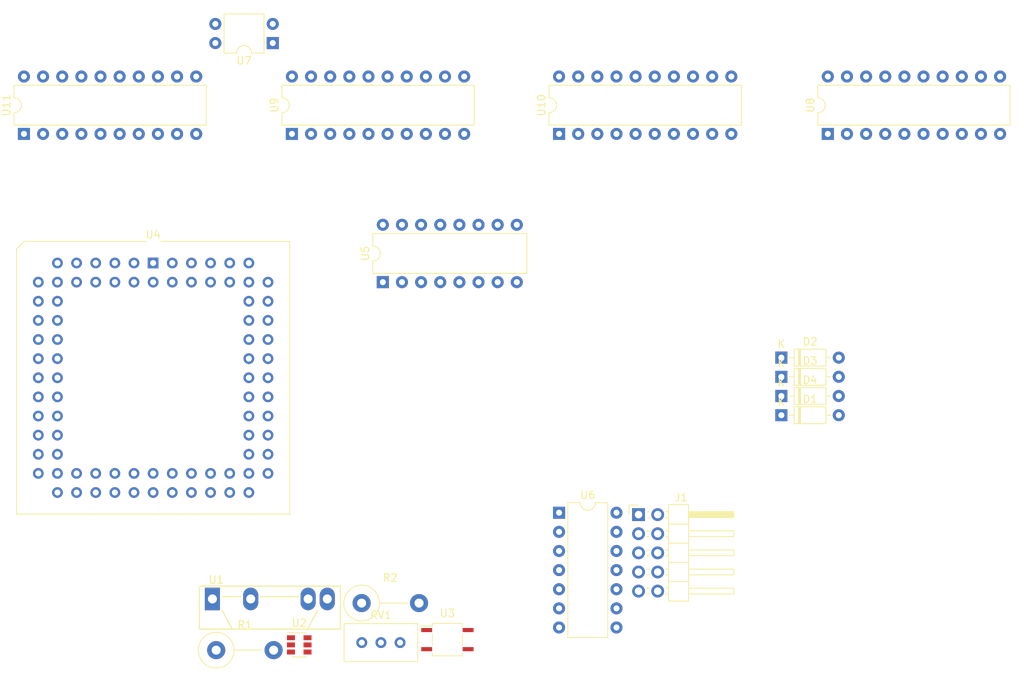
<source format=kicad_pcb>
(kicad_pcb (version 20171130) (host pcbnew "(5.0.1)-4")

  (general
    (thickness 1.6)
    (drawings 0)
    (tracks 0)
    (zones 0)
    (modules 19)
    (nets 19)
  )

  (page A4)
  (layers
    (0 F.Cu signal)
    (31 B.Cu signal)
    (32 B.Adhes user)
    (33 F.Adhes user)
    (34 B.Paste user)
    (35 F.Paste user)
    (36 B.SilkS user)
    (37 F.SilkS user)
    (38 B.Mask user)
    (39 F.Mask user)
    (40 Dwgs.User user)
    (41 Cmts.User user)
    (42 Eco1.User user)
    (43 Eco2.User user)
    (44 Edge.Cuts user)
    (45 Margin user)
    (46 B.CrtYd user)
    (47 F.CrtYd user)
    (48 B.Fab user)
    (49 F.Fab user)
  )

  (setup
    (last_trace_width 0.25)
    (trace_clearance 0.2)
    (zone_clearance 0.508)
    (zone_45_only no)
    (trace_min 0.2)
    (segment_width 0.2)
    (edge_width 0.15)
    (via_size 0.8)
    (via_drill 0.4)
    (via_min_size 0.4)
    (via_min_drill 0.3)
    (uvia_size 0.3)
    (uvia_drill 0.1)
    (uvias_allowed no)
    (uvia_min_size 0.2)
    (uvia_min_drill 0.1)
    (pcb_text_width 0.3)
    (pcb_text_size 1.5 1.5)
    (mod_edge_width 0.15)
    (mod_text_size 1 1)
    (mod_text_width 0.15)
    (pad_size 1.524 1.524)
    (pad_drill 0.762)
    (pad_to_mask_clearance 0.051)
    (solder_mask_min_width 0.25)
    (aux_axis_origin 0 0)
    (visible_elements 7FFFFFFF)
    (pcbplotparams
      (layerselection 0x010fc_ffffffff)
      (usegerberextensions false)
      (usegerberattributes false)
      (usegerberadvancedattributes false)
      (creategerberjobfile false)
      (excludeedgelayer true)
      (linewidth 0.100000)
      (plotframeref false)
      (viasonmask false)
      (mode 1)
      (useauxorigin false)
      (hpglpennumber 1)
      (hpglpenspeed 20)
      (hpglpendiameter 15.000000)
      (psnegative false)
      (psa4output false)
      (plotreference true)
      (plotvalue true)
      (plotinvisibletext false)
      (padsonsilk false)
      (subtractmaskfromsilk false)
      (outputformat 1)
      (mirror false)
      (drillshape 1)
      (scaleselection 1)
      (outputdirectory ""))
  )

  (net 0 "")
  (net 1 BNK_0+)
  (net 2 VCC)
  (net 3 BNK_2+)
  (net 4 BNK_1+)
  (net 5 BNK_3+)
  (net 6 "Net-(R1-Pad2)")
  (net 7 GND)
  (net 8 "Net-(R2-Pad1)")
  (net 9 ~ADC_0)
  (net 10 ~ADC_1)
  (net 11 ~ADC_2)
  (net 12 ~ADC_3)
  (net 13 ~INT_3)
  (net 14 ~INT_2)
  (net 15 ~INT_1)
  (net 16 ~INT_0)
  (net 17 VREF_2)
  (net 18 GNDA)

  (net_class Default "This is the default net class."
    (clearance 0.2)
    (trace_width 0.25)
    (via_dia 0.8)
    (via_drill 0.4)
    (uvia_dia 0.3)
    (uvia_drill 0.1)
    (add_net BNK_0+)
    (add_net BNK_1+)
    (add_net BNK_2+)
    (add_net BNK_3+)
    (add_net GND)
    (add_net GNDA)
    (add_net "Net-(R1-Pad2)")
    (add_net "Net-(R2-Pad1)")
    (add_net VCC)
    (add_net VREF_2)
    (add_net ~ADC_0)
    (add_net ~ADC_1)
    (add_net ~ADC_2)
    (add_net ~ADC_3)
    (add_net ~INT_0)
    (add_net ~INT_1)
    (add_net ~INT_2)
    (add_net ~INT_3)
  )

  (module Diode_THT:D_DO-35_SOD27_P7.62mm_Horizontal (layer F.Cu) (tedit 5AE50CD5) (tstamp 5C53359C)
    (at 177.982001 82.443001)
    (descr "Diode, DO-35_SOD27 series, Axial, Horizontal, pin pitch=7.62mm, , length*diameter=4*2mm^2, , http://www.diodes.com/_files/packages/DO-35.pdf")
    (tags "Diode DO-35_SOD27 series Axial Horizontal pin pitch 7.62mm  length 4mm diameter 2mm")
    (path /5C502278)
    (fp_text reference D1 (at 3.81 -2.12) (layer F.SilkS)
      (effects (font (size 1 1) (thickness 0.15)))
    )
    (fp_text value 1N914 (at 3.81 2.12) (layer F.Fab)
      (effects (font (size 1 1) (thickness 0.15)))
    )
    (fp_text user K (at 0 -1.8) (layer F.SilkS)
      (effects (font (size 1 1) (thickness 0.15)))
    )
    (fp_text user K (at 0 -1.8) (layer F.Fab)
      (effects (font (size 1 1) (thickness 0.15)))
    )
    (fp_text user %R (at 4.11 0) (layer F.Fab)
      (effects (font (size 0.8 0.8) (thickness 0.12)))
    )
    (fp_line (start 8.67 -1.25) (end -1.05 -1.25) (layer F.CrtYd) (width 0.05))
    (fp_line (start 8.67 1.25) (end 8.67 -1.25) (layer F.CrtYd) (width 0.05))
    (fp_line (start -1.05 1.25) (end 8.67 1.25) (layer F.CrtYd) (width 0.05))
    (fp_line (start -1.05 -1.25) (end -1.05 1.25) (layer F.CrtYd) (width 0.05))
    (fp_line (start 2.29 -1.12) (end 2.29 1.12) (layer F.SilkS) (width 0.12))
    (fp_line (start 2.53 -1.12) (end 2.53 1.12) (layer F.SilkS) (width 0.12))
    (fp_line (start 2.41 -1.12) (end 2.41 1.12) (layer F.SilkS) (width 0.12))
    (fp_line (start 6.58 0) (end 5.93 0) (layer F.SilkS) (width 0.12))
    (fp_line (start 1.04 0) (end 1.69 0) (layer F.SilkS) (width 0.12))
    (fp_line (start 5.93 -1.12) (end 1.69 -1.12) (layer F.SilkS) (width 0.12))
    (fp_line (start 5.93 1.12) (end 5.93 -1.12) (layer F.SilkS) (width 0.12))
    (fp_line (start 1.69 1.12) (end 5.93 1.12) (layer F.SilkS) (width 0.12))
    (fp_line (start 1.69 -1.12) (end 1.69 1.12) (layer F.SilkS) (width 0.12))
    (fp_line (start 2.31 -1) (end 2.31 1) (layer F.Fab) (width 0.1))
    (fp_line (start 2.51 -1) (end 2.51 1) (layer F.Fab) (width 0.1))
    (fp_line (start 2.41 -1) (end 2.41 1) (layer F.Fab) (width 0.1))
    (fp_line (start 7.62 0) (end 5.81 0) (layer F.Fab) (width 0.1))
    (fp_line (start 0 0) (end 1.81 0) (layer F.Fab) (width 0.1))
    (fp_line (start 5.81 -1) (end 1.81 -1) (layer F.Fab) (width 0.1))
    (fp_line (start 5.81 1) (end 5.81 -1) (layer F.Fab) (width 0.1))
    (fp_line (start 1.81 1) (end 5.81 1) (layer F.Fab) (width 0.1))
    (fp_line (start 1.81 -1) (end 1.81 1) (layer F.Fab) (width 0.1))
    (pad 2 thru_hole oval (at 7.62 0) (size 1.6 1.6) (drill 0.8) (layers *.Cu *.Mask)
      (net 1 BNK_0+))
    (pad 1 thru_hole rect (at 0 0) (size 1.6 1.6) (drill 0.8) (layers *.Cu *.Mask)
      (net 2 VCC))
    (model ${KISYS3DMOD}/Diode_THT.3dshapes/D_DO-35_SOD27_P7.62mm_Horizontal.wrl
      (at (xyz 0 0 0))
      (scale (xyz 1 1 1))
      (rotate (xyz 0 0 0))
    )
  )

  (module Diode_THT:D_DO-35_SOD27_P7.62mm_Horizontal (layer F.Cu) (tedit 5AE50CD5) (tstamp 5C5335BB)
    (at 177.982001 74.793001)
    (descr "Diode, DO-35_SOD27 series, Axial, Horizontal, pin pitch=7.62mm, , length*diameter=4*2mm^2, , http://www.diodes.com/_files/packages/DO-35.pdf")
    (tags "Diode DO-35_SOD27 series Axial Horizontal pin pitch 7.62mm  length 4mm diameter 2mm")
    (path /5C5C04E3)
    (fp_text reference D2 (at 3.81 -2.12) (layer F.SilkS)
      (effects (font (size 1 1) (thickness 0.15)))
    )
    (fp_text value 1N914 (at 3.81 2.12) (layer F.Fab)
      (effects (font (size 1 1) (thickness 0.15)))
    )
    (fp_text user K (at 0 -1.8) (layer F.SilkS)
      (effects (font (size 1 1) (thickness 0.15)))
    )
    (fp_text user K (at 0 -1.8) (layer F.Fab)
      (effects (font (size 1 1) (thickness 0.15)))
    )
    (fp_text user %R (at 4.11 0) (layer F.Fab)
      (effects (font (size 0.8 0.8) (thickness 0.12)))
    )
    (fp_line (start 8.67 -1.25) (end -1.05 -1.25) (layer F.CrtYd) (width 0.05))
    (fp_line (start 8.67 1.25) (end 8.67 -1.25) (layer F.CrtYd) (width 0.05))
    (fp_line (start -1.05 1.25) (end 8.67 1.25) (layer F.CrtYd) (width 0.05))
    (fp_line (start -1.05 -1.25) (end -1.05 1.25) (layer F.CrtYd) (width 0.05))
    (fp_line (start 2.29 -1.12) (end 2.29 1.12) (layer F.SilkS) (width 0.12))
    (fp_line (start 2.53 -1.12) (end 2.53 1.12) (layer F.SilkS) (width 0.12))
    (fp_line (start 2.41 -1.12) (end 2.41 1.12) (layer F.SilkS) (width 0.12))
    (fp_line (start 6.58 0) (end 5.93 0) (layer F.SilkS) (width 0.12))
    (fp_line (start 1.04 0) (end 1.69 0) (layer F.SilkS) (width 0.12))
    (fp_line (start 5.93 -1.12) (end 1.69 -1.12) (layer F.SilkS) (width 0.12))
    (fp_line (start 5.93 1.12) (end 5.93 -1.12) (layer F.SilkS) (width 0.12))
    (fp_line (start 1.69 1.12) (end 5.93 1.12) (layer F.SilkS) (width 0.12))
    (fp_line (start 1.69 -1.12) (end 1.69 1.12) (layer F.SilkS) (width 0.12))
    (fp_line (start 2.31 -1) (end 2.31 1) (layer F.Fab) (width 0.1))
    (fp_line (start 2.51 -1) (end 2.51 1) (layer F.Fab) (width 0.1))
    (fp_line (start 2.41 -1) (end 2.41 1) (layer F.Fab) (width 0.1))
    (fp_line (start 7.62 0) (end 5.81 0) (layer F.Fab) (width 0.1))
    (fp_line (start 0 0) (end 1.81 0) (layer F.Fab) (width 0.1))
    (fp_line (start 5.81 -1) (end 1.81 -1) (layer F.Fab) (width 0.1))
    (fp_line (start 5.81 1) (end 5.81 -1) (layer F.Fab) (width 0.1))
    (fp_line (start 1.81 1) (end 5.81 1) (layer F.Fab) (width 0.1))
    (fp_line (start 1.81 -1) (end 1.81 1) (layer F.Fab) (width 0.1))
    (pad 2 thru_hole oval (at 7.62 0) (size 1.6 1.6) (drill 0.8) (layers *.Cu *.Mask)
      (net 3 BNK_2+))
    (pad 1 thru_hole rect (at 0 0) (size 1.6 1.6) (drill 0.8) (layers *.Cu *.Mask)
      (net 2 VCC))
    (model ${KISYS3DMOD}/Diode_THT.3dshapes/D_DO-35_SOD27_P7.62mm_Horizontal.wrl
      (at (xyz 0 0 0))
      (scale (xyz 1 1 1))
      (rotate (xyz 0 0 0))
    )
  )

  (module Diode_THT:D_DO-35_SOD27_P7.62mm_Horizontal (layer F.Cu) (tedit 5AE50CD5) (tstamp 5C5335DA)
    (at 177.982001 77.343001)
    (descr "Diode, DO-35_SOD27 series, Axial, Horizontal, pin pitch=7.62mm, , length*diameter=4*2mm^2, , http://www.diodes.com/_files/packages/DO-35.pdf")
    (tags "Diode DO-35_SOD27 series Axial Horizontal pin pitch 7.62mm  length 4mm diameter 2mm")
    (path /5C5B7F66)
    (fp_text reference D3 (at 3.81 -2.12) (layer F.SilkS)
      (effects (font (size 1 1) (thickness 0.15)))
    )
    (fp_text value 1N914 (at 3.81 2.12) (layer F.Fab)
      (effects (font (size 1 1) (thickness 0.15)))
    )
    (fp_line (start 1.81 -1) (end 1.81 1) (layer F.Fab) (width 0.1))
    (fp_line (start 1.81 1) (end 5.81 1) (layer F.Fab) (width 0.1))
    (fp_line (start 5.81 1) (end 5.81 -1) (layer F.Fab) (width 0.1))
    (fp_line (start 5.81 -1) (end 1.81 -1) (layer F.Fab) (width 0.1))
    (fp_line (start 0 0) (end 1.81 0) (layer F.Fab) (width 0.1))
    (fp_line (start 7.62 0) (end 5.81 0) (layer F.Fab) (width 0.1))
    (fp_line (start 2.41 -1) (end 2.41 1) (layer F.Fab) (width 0.1))
    (fp_line (start 2.51 -1) (end 2.51 1) (layer F.Fab) (width 0.1))
    (fp_line (start 2.31 -1) (end 2.31 1) (layer F.Fab) (width 0.1))
    (fp_line (start 1.69 -1.12) (end 1.69 1.12) (layer F.SilkS) (width 0.12))
    (fp_line (start 1.69 1.12) (end 5.93 1.12) (layer F.SilkS) (width 0.12))
    (fp_line (start 5.93 1.12) (end 5.93 -1.12) (layer F.SilkS) (width 0.12))
    (fp_line (start 5.93 -1.12) (end 1.69 -1.12) (layer F.SilkS) (width 0.12))
    (fp_line (start 1.04 0) (end 1.69 0) (layer F.SilkS) (width 0.12))
    (fp_line (start 6.58 0) (end 5.93 0) (layer F.SilkS) (width 0.12))
    (fp_line (start 2.41 -1.12) (end 2.41 1.12) (layer F.SilkS) (width 0.12))
    (fp_line (start 2.53 -1.12) (end 2.53 1.12) (layer F.SilkS) (width 0.12))
    (fp_line (start 2.29 -1.12) (end 2.29 1.12) (layer F.SilkS) (width 0.12))
    (fp_line (start -1.05 -1.25) (end -1.05 1.25) (layer F.CrtYd) (width 0.05))
    (fp_line (start -1.05 1.25) (end 8.67 1.25) (layer F.CrtYd) (width 0.05))
    (fp_line (start 8.67 1.25) (end 8.67 -1.25) (layer F.CrtYd) (width 0.05))
    (fp_line (start 8.67 -1.25) (end -1.05 -1.25) (layer F.CrtYd) (width 0.05))
    (fp_text user %R (at 4.11 0) (layer F.Fab)
      (effects (font (size 0.8 0.8) (thickness 0.12)))
    )
    (fp_text user K (at 0 -1.8) (layer F.Fab)
      (effects (font (size 1 1) (thickness 0.15)))
    )
    (fp_text user K (at 0 -1.8) (layer F.SilkS)
      (effects (font (size 1 1) (thickness 0.15)))
    )
    (pad 1 thru_hole rect (at 0 0) (size 1.6 1.6) (drill 0.8) (layers *.Cu *.Mask)
      (net 2 VCC))
    (pad 2 thru_hole oval (at 7.62 0) (size 1.6 1.6) (drill 0.8) (layers *.Cu *.Mask)
      (net 4 BNK_1+))
    (model ${KISYS3DMOD}/Diode_THT.3dshapes/D_DO-35_SOD27_P7.62mm_Horizontal.wrl
      (at (xyz 0 0 0))
      (scale (xyz 1 1 1))
      (rotate (xyz 0 0 0))
    )
  )

  (module Diode_THT:D_DO-35_SOD27_P7.62mm_Horizontal (layer F.Cu) (tedit 5AE50CD5) (tstamp 5C5335F9)
    (at 177.982001 79.893001)
    (descr "Diode, DO-35_SOD27 series, Axial, Horizontal, pin pitch=7.62mm, , length*diameter=4*2mm^2, , http://www.diodes.com/_files/packages/DO-35.pdf")
    (tags "Diode DO-35_SOD27 series Axial Horizontal pin pitch 7.62mm  length 4mm diameter 2mm")
    (path /5C5C0514)
    (fp_text reference D4 (at 3.81 -2.12) (layer F.SilkS)
      (effects (font (size 1 1) (thickness 0.15)))
    )
    (fp_text value 1N914 (at 3.81 2.12) (layer F.Fab)
      (effects (font (size 1 1) (thickness 0.15)))
    )
    (fp_line (start 1.81 -1) (end 1.81 1) (layer F.Fab) (width 0.1))
    (fp_line (start 1.81 1) (end 5.81 1) (layer F.Fab) (width 0.1))
    (fp_line (start 5.81 1) (end 5.81 -1) (layer F.Fab) (width 0.1))
    (fp_line (start 5.81 -1) (end 1.81 -1) (layer F.Fab) (width 0.1))
    (fp_line (start 0 0) (end 1.81 0) (layer F.Fab) (width 0.1))
    (fp_line (start 7.62 0) (end 5.81 0) (layer F.Fab) (width 0.1))
    (fp_line (start 2.41 -1) (end 2.41 1) (layer F.Fab) (width 0.1))
    (fp_line (start 2.51 -1) (end 2.51 1) (layer F.Fab) (width 0.1))
    (fp_line (start 2.31 -1) (end 2.31 1) (layer F.Fab) (width 0.1))
    (fp_line (start 1.69 -1.12) (end 1.69 1.12) (layer F.SilkS) (width 0.12))
    (fp_line (start 1.69 1.12) (end 5.93 1.12) (layer F.SilkS) (width 0.12))
    (fp_line (start 5.93 1.12) (end 5.93 -1.12) (layer F.SilkS) (width 0.12))
    (fp_line (start 5.93 -1.12) (end 1.69 -1.12) (layer F.SilkS) (width 0.12))
    (fp_line (start 1.04 0) (end 1.69 0) (layer F.SilkS) (width 0.12))
    (fp_line (start 6.58 0) (end 5.93 0) (layer F.SilkS) (width 0.12))
    (fp_line (start 2.41 -1.12) (end 2.41 1.12) (layer F.SilkS) (width 0.12))
    (fp_line (start 2.53 -1.12) (end 2.53 1.12) (layer F.SilkS) (width 0.12))
    (fp_line (start 2.29 -1.12) (end 2.29 1.12) (layer F.SilkS) (width 0.12))
    (fp_line (start -1.05 -1.25) (end -1.05 1.25) (layer F.CrtYd) (width 0.05))
    (fp_line (start -1.05 1.25) (end 8.67 1.25) (layer F.CrtYd) (width 0.05))
    (fp_line (start 8.67 1.25) (end 8.67 -1.25) (layer F.CrtYd) (width 0.05))
    (fp_line (start 8.67 -1.25) (end -1.05 -1.25) (layer F.CrtYd) (width 0.05))
    (fp_text user %R (at 4.11 0) (layer F.Fab)
      (effects (font (size 0.8 0.8) (thickness 0.12)))
    )
    (fp_text user K (at 0 -1.8) (layer F.Fab)
      (effects (font (size 1 1) (thickness 0.15)))
    )
    (fp_text user K (at 0 -1.8) (layer F.SilkS)
      (effects (font (size 1 1) (thickness 0.15)))
    )
    (pad 1 thru_hole rect (at 0 0) (size 1.6 1.6) (drill 0.8) (layers *.Cu *.Mask)
      (net 2 VCC))
    (pad 2 thru_hole oval (at 7.62 0) (size 1.6 1.6) (drill 0.8) (layers *.Cu *.Mask)
      (net 5 BNK_3+))
    (model ${KISYS3DMOD}/Diode_THT.3dshapes/D_DO-35_SOD27_P7.62mm_Horizontal.wrl
      (at (xyz 0 0 0))
      (scale (xyz 1 1 1))
      (rotate (xyz 0 0 0))
    )
  )

  (module Connector_PinHeader_2.54mm:PinHeader_2x05_P2.54mm_Horizontal (layer F.Cu) (tedit 59FED5CB) (tstamp 5C533662)
    (at 159.032001 95.643001)
    (descr "Through hole angled pin header, 2x05, 2.54mm pitch, 6mm pin length, double rows")
    (tags "Through hole angled pin header THT 2x05 2.54mm double row")
    (path /5C497429)
    (fp_text reference J1 (at 5.655 -2.27) (layer F.SilkS)
      (effects (font (size 1 1) (thickness 0.15)))
    )
    (fp_text value "JTAG CONNECTOR" (at 5.655 12.43) (layer F.Fab)
      (effects (font (size 1 1) (thickness 0.15)))
    )
    (fp_line (start 4.675 -1.27) (end 6.58 -1.27) (layer F.Fab) (width 0.1))
    (fp_line (start 6.58 -1.27) (end 6.58 11.43) (layer F.Fab) (width 0.1))
    (fp_line (start 6.58 11.43) (end 4.04 11.43) (layer F.Fab) (width 0.1))
    (fp_line (start 4.04 11.43) (end 4.04 -0.635) (layer F.Fab) (width 0.1))
    (fp_line (start 4.04 -0.635) (end 4.675 -1.27) (layer F.Fab) (width 0.1))
    (fp_line (start -0.32 -0.32) (end 4.04 -0.32) (layer F.Fab) (width 0.1))
    (fp_line (start -0.32 -0.32) (end -0.32 0.32) (layer F.Fab) (width 0.1))
    (fp_line (start -0.32 0.32) (end 4.04 0.32) (layer F.Fab) (width 0.1))
    (fp_line (start 6.58 -0.32) (end 12.58 -0.32) (layer F.Fab) (width 0.1))
    (fp_line (start 12.58 -0.32) (end 12.58 0.32) (layer F.Fab) (width 0.1))
    (fp_line (start 6.58 0.32) (end 12.58 0.32) (layer F.Fab) (width 0.1))
    (fp_line (start -0.32 2.22) (end 4.04 2.22) (layer F.Fab) (width 0.1))
    (fp_line (start -0.32 2.22) (end -0.32 2.86) (layer F.Fab) (width 0.1))
    (fp_line (start -0.32 2.86) (end 4.04 2.86) (layer F.Fab) (width 0.1))
    (fp_line (start 6.58 2.22) (end 12.58 2.22) (layer F.Fab) (width 0.1))
    (fp_line (start 12.58 2.22) (end 12.58 2.86) (layer F.Fab) (width 0.1))
    (fp_line (start 6.58 2.86) (end 12.58 2.86) (layer F.Fab) (width 0.1))
    (fp_line (start -0.32 4.76) (end 4.04 4.76) (layer F.Fab) (width 0.1))
    (fp_line (start -0.32 4.76) (end -0.32 5.4) (layer F.Fab) (width 0.1))
    (fp_line (start -0.32 5.4) (end 4.04 5.4) (layer F.Fab) (width 0.1))
    (fp_line (start 6.58 4.76) (end 12.58 4.76) (layer F.Fab) (width 0.1))
    (fp_line (start 12.58 4.76) (end 12.58 5.4) (layer F.Fab) (width 0.1))
    (fp_line (start 6.58 5.4) (end 12.58 5.4) (layer F.Fab) (width 0.1))
    (fp_line (start -0.32 7.3) (end 4.04 7.3) (layer F.Fab) (width 0.1))
    (fp_line (start -0.32 7.3) (end -0.32 7.94) (layer F.Fab) (width 0.1))
    (fp_line (start -0.32 7.94) (end 4.04 7.94) (layer F.Fab) (width 0.1))
    (fp_line (start 6.58 7.3) (end 12.58 7.3) (layer F.Fab) (width 0.1))
    (fp_line (start 12.58 7.3) (end 12.58 7.94) (layer F.Fab) (width 0.1))
    (fp_line (start 6.58 7.94) (end 12.58 7.94) (layer F.Fab) (width 0.1))
    (fp_line (start -0.32 9.84) (end 4.04 9.84) (layer F.Fab) (width 0.1))
    (fp_line (start -0.32 9.84) (end -0.32 10.48) (layer F.Fab) (width 0.1))
    (fp_line (start -0.32 10.48) (end 4.04 10.48) (layer F.Fab) (width 0.1))
    (fp_line (start 6.58 9.84) (end 12.58 9.84) (layer F.Fab) (width 0.1))
    (fp_line (start 12.58 9.84) (end 12.58 10.48) (layer F.Fab) (width 0.1))
    (fp_line (start 6.58 10.48) (end 12.58 10.48) (layer F.Fab) (width 0.1))
    (fp_line (start 3.98 -1.33) (end 3.98 11.49) (layer F.SilkS) (width 0.12))
    (fp_line (start 3.98 11.49) (end 6.64 11.49) (layer F.SilkS) (width 0.12))
    (fp_line (start 6.64 11.49) (end 6.64 -1.33) (layer F.SilkS) (width 0.12))
    (fp_line (start 6.64 -1.33) (end 3.98 -1.33) (layer F.SilkS) (width 0.12))
    (fp_line (start 6.64 -0.38) (end 12.64 -0.38) (layer F.SilkS) (width 0.12))
    (fp_line (start 12.64 -0.38) (end 12.64 0.38) (layer F.SilkS) (width 0.12))
    (fp_line (start 12.64 0.38) (end 6.64 0.38) (layer F.SilkS) (width 0.12))
    (fp_line (start 6.64 -0.32) (end 12.64 -0.32) (layer F.SilkS) (width 0.12))
    (fp_line (start 6.64 -0.2) (end 12.64 -0.2) (layer F.SilkS) (width 0.12))
    (fp_line (start 6.64 -0.08) (end 12.64 -0.08) (layer F.SilkS) (width 0.12))
    (fp_line (start 6.64 0.04) (end 12.64 0.04) (layer F.SilkS) (width 0.12))
    (fp_line (start 6.64 0.16) (end 12.64 0.16) (layer F.SilkS) (width 0.12))
    (fp_line (start 6.64 0.28) (end 12.64 0.28) (layer F.SilkS) (width 0.12))
    (fp_line (start 3.582929 -0.38) (end 3.98 -0.38) (layer F.SilkS) (width 0.12))
    (fp_line (start 3.582929 0.38) (end 3.98 0.38) (layer F.SilkS) (width 0.12))
    (fp_line (start 1.11 -0.38) (end 1.497071 -0.38) (layer F.SilkS) (width 0.12))
    (fp_line (start 1.11 0.38) (end 1.497071 0.38) (layer F.SilkS) (width 0.12))
    (fp_line (start 3.98 1.27) (end 6.64 1.27) (layer F.SilkS) (width 0.12))
    (fp_line (start 6.64 2.16) (end 12.64 2.16) (layer F.SilkS) (width 0.12))
    (fp_line (start 12.64 2.16) (end 12.64 2.92) (layer F.SilkS) (width 0.12))
    (fp_line (start 12.64 2.92) (end 6.64 2.92) (layer F.SilkS) (width 0.12))
    (fp_line (start 3.582929 2.16) (end 3.98 2.16) (layer F.SilkS) (width 0.12))
    (fp_line (start 3.582929 2.92) (end 3.98 2.92) (layer F.SilkS) (width 0.12))
    (fp_line (start 1.042929 2.16) (end 1.497071 2.16) (layer F.SilkS) (width 0.12))
    (fp_line (start 1.042929 2.92) (end 1.497071 2.92) (layer F.SilkS) (width 0.12))
    (fp_line (start 3.98 3.81) (end 6.64 3.81) (layer F.SilkS) (width 0.12))
    (fp_line (start 6.64 4.7) (end 12.64 4.7) (layer F.SilkS) (width 0.12))
    (fp_line (start 12.64 4.7) (end 12.64 5.46) (layer F.SilkS) (width 0.12))
    (fp_line (start 12.64 5.46) (end 6.64 5.46) (layer F.SilkS) (width 0.12))
    (fp_line (start 3.582929 4.7) (end 3.98 4.7) (layer F.SilkS) (width 0.12))
    (fp_line (start 3.582929 5.46) (end 3.98 5.46) (layer F.SilkS) (width 0.12))
    (fp_line (start 1.042929 4.7) (end 1.497071 4.7) (layer F.SilkS) (width 0.12))
    (fp_line (start 1.042929 5.46) (end 1.497071 5.46) (layer F.SilkS) (width 0.12))
    (fp_line (start 3.98 6.35) (end 6.64 6.35) (layer F.SilkS) (width 0.12))
    (fp_line (start 6.64 7.24) (end 12.64 7.24) (layer F.SilkS) (width 0.12))
    (fp_line (start 12.64 7.24) (end 12.64 8) (layer F.SilkS) (width 0.12))
    (fp_line (start 12.64 8) (end 6.64 8) (layer F.SilkS) (width 0.12))
    (fp_line (start 3.582929 7.24) (end 3.98 7.24) (layer F.SilkS) (width 0.12))
    (fp_line (start 3.582929 8) (end 3.98 8) (layer F.SilkS) (width 0.12))
    (fp_line (start 1.042929 7.24) (end 1.497071 7.24) (layer F.SilkS) (width 0.12))
    (fp_line (start 1.042929 8) (end 1.497071 8) (layer F.SilkS) (width 0.12))
    (fp_line (start 3.98 8.89) (end 6.64 8.89) (layer F.SilkS) (width 0.12))
    (fp_line (start 6.64 9.78) (end 12.64 9.78) (layer F.SilkS) (width 0.12))
    (fp_line (start 12.64 9.78) (end 12.64 10.54) (layer F.SilkS) (width 0.12))
    (fp_line (start 12.64 10.54) (end 6.64 10.54) (layer F.SilkS) (width 0.12))
    (fp_line (start 3.582929 9.78) (end 3.98 9.78) (layer F.SilkS) (width 0.12))
    (fp_line (start 3.582929 10.54) (end 3.98 10.54) (layer F.SilkS) (width 0.12))
    (fp_line (start 1.042929 9.78) (end 1.497071 9.78) (layer F.SilkS) (width 0.12))
    (fp_line (start 1.042929 10.54) (end 1.497071 10.54) (layer F.SilkS) (width 0.12))
    (fp_line (start -1.27 0) (end -1.27 -1.27) (layer F.SilkS) (width 0.12))
    (fp_line (start -1.27 -1.27) (end 0 -1.27) (layer F.SilkS) (width 0.12))
    (fp_line (start -1.8 -1.8) (end -1.8 11.95) (layer F.CrtYd) (width 0.05))
    (fp_line (start -1.8 11.95) (end 13.1 11.95) (layer F.CrtYd) (width 0.05))
    (fp_line (start 13.1 11.95) (end 13.1 -1.8) (layer F.CrtYd) (width 0.05))
    (fp_line (start 13.1 -1.8) (end -1.8 -1.8) (layer F.CrtYd) (width 0.05))
    (fp_text user %R (at 5.31 5.08 90) (layer F.Fab)
      (effects (font (size 1 1) (thickness 0.15)))
    )
    (pad 1 thru_hole rect (at 0 0) (size 1.7 1.7) (drill 1) (layers *.Cu *.Mask))
    (pad 2 thru_hole oval (at 2.54 0) (size 1.7 1.7) (drill 1) (layers *.Cu *.Mask))
    (pad 3 thru_hole oval (at 0 2.54) (size 1.7 1.7) (drill 1) (layers *.Cu *.Mask))
    (pad 4 thru_hole oval (at 2.54 2.54) (size 1.7 1.7) (drill 1) (layers *.Cu *.Mask))
    (pad 5 thru_hole oval (at 0 5.08) (size 1.7 1.7) (drill 1) (layers *.Cu *.Mask))
    (pad 6 thru_hole oval (at 2.54 5.08) (size 1.7 1.7) (drill 1) (layers *.Cu *.Mask))
    (pad 7 thru_hole oval (at 0 7.62) (size 1.7 1.7) (drill 1) (layers *.Cu *.Mask))
    (pad 8 thru_hole oval (at 2.54 7.62) (size 1.7 1.7) (drill 1) (layers *.Cu *.Mask))
    (pad 9 thru_hole oval (at 0 10.16) (size 1.7 1.7) (drill 1) (layers *.Cu *.Mask))
    (pad 10 thru_hole oval (at 2.54 10.16) (size 1.7 1.7) (drill 1) (layers *.Cu *.Mask))
    (model ${KISYS3DMOD}/Connector_PinHeader_2.54mm.3dshapes/PinHeader_2x05_P2.54mm_Horizontal.wrl
      (at (xyz 0 0 0))
      (scale (xyz 1 1 1))
      (rotate (xyz 0 0 0))
    )
  )

  (module Resistor_THT:R_Axial_DIN0414_L11.9mm_D4.5mm_P7.62mm_Vertical (layer F.Cu) (tedit 5AE5139B) (tstamp 5C533DF7)
    (at 102.982001 113.643001)
    (descr "Resistor, Axial_DIN0414 series, Axial, Vertical, pin pitch=7.62mm, 2W, length*diameter=11.9*4.5mm^2, http://www.vishay.com/docs/20128/wkxwrx.pdf")
    (tags "Resistor Axial_DIN0414 series Axial Vertical pin pitch 7.62mm 2W length 11.9mm diameter 4.5mm")
    (path /5C50E77E)
    (fp_text reference R1 (at 3.81 -3.37) (layer F.SilkS)
      (effects (font (size 1 1) (thickness 0.15)))
    )
    (fp_text value 100K (at 3.81 3.37) (layer F.Fab)
      (effects (font (size 1 1) (thickness 0.15)))
    )
    (fp_circle (center 0 0) (end 2.25 0) (layer F.Fab) (width 0.1))
    (fp_circle (center 0 0) (end 2.37 0) (layer F.SilkS) (width 0.12))
    (fp_line (start 0 0) (end 7.62 0) (layer F.Fab) (width 0.1))
    (fp_line (start 2.37 0) (end 6.12 0) (layer F.SilkS) (width 0.12))
    (fp_line (start -2.5 -2.5) (end -2.5 2.5) (layer F.CrtYd) (width 0.05))
    (fp_line (start -2.5 2.5) (end 9.07 2.5) (layer F.CrtYd) (width 0.05))
    (fp_line (start 9.07 2.5) (end 9.07 -2.5) (layer F.CrtYd) (width 0.05))
    (fp_line (start 9.07 -2.5) (end -2.5 -2.5) (layer F.CrtYd) (width 0.05))
    (fp_text user %R (at 3.81 -3.37) (layer F.Fab)
      (effects (font (size 1 1) (thickness 0.15)))
    )
    (pad 1 thru_hole circle (at 0 0) (size 2.4 2.4) (drill 1.2) (layers *.Cu *.Mask)
      (net 2 VCC))
    (pad 2 thru_hole oval (at 7.62 0) (size 2.4 2.4) (drill 1.2) (layers *.Cu *.Mask)
      (net 6 "Net-(R1-Pad2)"))
    (model ${KISYS3DMOD}/Resistor_THT.3dshapes/R_Axial_DIN0414_L11.9mm_D4.5mm_P7.62mm_Vertical.wrl
      (at (xyz 0 0 0))
      (scale (xyz 1 1 1))
      (rotate (xyz 0 0 0))
    )
  )

  (module Resistor_THT:R_Axial_DIN0414_L11.9mm_D4.5mm_P7.62mm_Vertical (layer F.Cu) (tedit 5AE5139B) (tstamp 5C533680)
    (at 122.282001 107.393001)
    (descr "Resistor, Axial_DIN0414 series, Axial, Vertical, pin pitch=7.62mm, 2W, length*diameter=11.9*4.5mm^2, http://www.vishay.com/docs/20128/wkxwrx.pdf")
    (tags "Resistor Axial_DIN0414 series Axial Vertical pin pitch 7.62mm 2W length 11.9mm diameter 4.5mm")
    (path /5C50B8BD)
    (fp_text reference R2 (at 3.81 -3.37) (layer F.SilkS)
      (effects (font (size 1 1) (thickness 0.15)))
    )
    (fp_text value 110K (at 3.81 3.37) (layer F.Fab)
      (effects (font (size 1 1) (thickness 0.15)))
    )
    (fp_text user %R (at 3.81 -3.37) (layer F.Fab)
      (effects (font (size 1 1) (thickness 0.15)))
    )
    (fp_line (start 9.07 -2.5) (end -2.5 -2.5) (layer F.CrtYd) (width 0.05))
    (fp_line (start 9.07 2.5) (end 9.07 -2.5) (layer F.CrtYd) (width 0.05))
    (fp_line (start -2.5 2.5) (end 9.07 2.5) (layer F.CrtYd) (width 0.05))
    (fp_line (start -2.5 -2.5) (end -2.5 2.5) (layer F.CrtYd) (width 0.05))
    (fp_line (start 2.37 0) (end 6.12 0) (layer F.SilkS) (width 0.12))
    (fp_line (start 0 0) (end 7.62 0) (layer F.Fab) (width 0.1))
    (fp_circle (center 0 0) (end 2.37 0) (layer F.SilkS) (width 0.12))
    (fp_circle (center 0 0) (end 2.25 0) (layer F.Fab) (width 0.1))
    (pad 2 thru_hole oval (at 7.62 0) (size 2.4 2.4) (drill 1.2) (layers *.Cu *.Mask)
      (net 7 GND))
    (pad 1 thru_hole circle (at 0 0) (size 2.4 2.4) (drill 1.2) (layers *.Cu *.Mask)
      (net 8 "Net-(R2-Pad1)"))
    (model ${KISYS3DMOD}/Resistor_THT.3dshapes/R_Axial_DIN0414_L11.9mm_D4.5mm_P7.62mm_Vertical.wrl
      (at (xyz 0 0 0))
      (scale (xyz 1 1 1))
      (rotate (xyz 0 0 0))
    )
  )

  (module Potentiometer_THT:Potentiometer_Bourns_3296W_Vertical (layer F.Cu) (tedit 5A3D4994) (tstamp 5C533697)
    (at 127.382001 112.643001)
    (descr "Potentiometer, vertical, Bourns 3296W, https://www.bourns.com/pdfs/3296.pdf")
    (tags "Potentiometer vertical Bourns 3296W")
    (path /5C4FF013)
    (fp_text reference RV1 (at -2.54 -3.66) (layer F.SilkS)
      (effects (font (size 1 1) (thickness 0.15)))
    )
    (fp_text value 50K (at -2.54 3.67) (layer F.Fab)
      (effects (font (size 1 1) (thickness 0.15)))
    )
    (fp_circle (center 0.955 1.15) (end 2.05 1.15) (layer F.Fab) (width 0.1))
    (fp_line (start -7.305 -2.41) (end -7.305 2.42) (layer F.Fab) (width 0.1))
    (fp_line (start -7.305 2.42) (end 2.225 2.42) (layer F.Fab) (width 0.1))
    (fp_line (start 2.225 2.42) (end 2.225 -2.41) (layer F.Fab) (width 0.1))
    (fp_line (start 2.225 -2.41) (end -7.305 -2.41) (layer F.Fab) (width 0.1))
    (fp_line (start 0.955 2.235) (end 0.956 0.066) (layer F.Fab) (width 0.1))
    (fp_line (start 0.955 2.235) (end 0.956 0.066) (layer F.Fab) (width 0.1))
    (fp_line (start -7.425 -2.53) (end 2.345 -2.53) (layer F.SilkS) (width 0.12))
    (fp_line (start -7.425 2.54) (end 2.345 2.54) (layer F.SilkS) (width 0.12))
    (fp_line (start -7.425 -2.53) (end -7.425 2.54) (layer F.SilkS) (width 0.12))
    (fp_line (start 2.345 -2.53) (end 2.345 2.54) (layer F.SilkS) (width 0.12))
    (fp_line (start -7.6 -2.7) (end -7.6 2.7) (layer F.CrtYd) (width 0.05))
    (fp_line (start -7.6 2.7) (end 2.5 2.7) (layer F.CrtYd) (width 0.05))
    (fp_line (start 2.5 2.7) (end 2.5 -2.7) (layer F.CrtYd) (width 0.05))
    (fp_line (start 2.5 -2.7) (end -7.6 -2.7) (layer F.CrtYd) (width 0.05))
    (fp_text user %R (at -3.175 0.005) (layer F.Fab)
      (effects (font (size 1 1) (thickness 0.15)))
    )
    (pad 1 thru_hole circle (at 0 0) (size 1.44 1.44) (drill 0.8) (layers *.Cu *.Mask)
      (net 6 "Net-(R1-Pad2)"))
    (pad 2 thru_hole circle (at -2.54 0) (size 1.44 1.44) (drill 0.8) (layers *.Cu *.Mask)
      (net 8 "Net-(R2-Pad1)"))
    (pad 3 thru_hole circle (at -5.08 0) (size 1.44 1.44) (drill 0.8) (layers *.Cu *.Mask)
      (net 8 "Net-(R2-Pad1)"))
    (model ${KISYS3DMOD}/Potentiometer_THT.3dshapes/Potentiometer_Bourns_3296W_Vertical.wrl
      (at (xyz 0 0 0))
      (scale (xyz 1 1 1))
      (rotate (xyz 0 0 0))
    )
  )

  (module Package_SIP:SIP4_Sharp-SSR_P7.62mm_Straight (layer F.Cu) (tedit 5A0CB273) (tstamp 5C5336B1)
    (at 102.482001 106.843001)
    (descr "SIP4 Footprint for SSR made by Sharp")
    (tags "Solid State relais SSR Sharp")
    (path /5C046303)
    (fp_text reference U1 (at 0.508 -2.54) (layer F.SilkS)
      (effects (font (size 1 1) (thickness 0.15)))
    )
    (fp_text value S102S01 (at 7.62 5) (layer F.Fab)
      (effects (font (size 1 1) (thickness 0.15)))
    )
    (fp_text user %R (at 7.62 0) (layer F.Fab)
      (effects (font (size 1 1) (thickness 0.15)))
    )
    (fp_line (start 1.27 -0.3) (end 3.81 -0.3) (layer F.SilkS) (width 0.15))
    (fp_line (start 6.35 -0.3) (end 11.43 -0.3) (layer F.SilkS) (width 0.15))
    (fp_line (start 17.25 -1.95) (end 17.25 4.25) (layer F.CrtYd) (width 0.05))
    (fp_line (start 17.25 4.25) (end -2 4.25) (layer F.CrtYd) (width 0.05))
    (fp_line (start -2 4.25) (end -2 -1.95) (layer F.CrtYd) (width 0.05))
    (fp_line (start -2 -1.95) (end 17.25 -1.95) (layer F.CrtYd) (width 0.05))
    (fp_line (start 2.62 4) (end 1.28 1.5) (layer F.SilkS) (width 0.15))
    (fp_line (start 12.62 4) (end 13.96 1.5) (layer F.SilkS) (width 0.15))
    (fp_line (start -1.73 -1.7) (end 16.97 -1.7) (layer F.SilkS) (width 0.15))
    (fp_line (start 16.97 -1.7) (end 16.97 4) (layer F.SilkS) (width 0.15))
    (fp_line (start 16.97 4) (end -1.73 4) (layer F.SilkS) (width 0.15))
    (fp_line (start -1.73 4) (end -1.73 -1.7) (layer F.SilkS) (width 0.15))
    (fp_line (start -1.6 3.9) (end 16.8 3.9) (layer F.Fab) (width 0.1))
    (fp_line (start 16.8 3.9) (end 16.8 -1.6) (layer F.Fab) (width 0.1))
    (fp_line (start 16.8 -1.6) (end -0.6 -1.6) (layer F.Fab) (width 0.1))
    (fp_line (start -0.6 -1.6) (end -1.6 -0.6) (layer F.Fab) (width 0.1))
    (fp_line (start -1.6 -0.6) (end -1.6 3.9) (layer F.Fab) (width 0.1))
    (pad 1 thru_hole rect (at 0 0) (size 2 3) (drill 1.2) (layers *.Cu *.Mask))
    (pad 2 thru_hole oval (at 5.08 0) (size 2 3) (drill 1.2) (layers *.Cu *.Mask))
    (pad 3 thru_hole oval (at 12.7 0) (size 2 3) (drill 1.2) (layers *.Cu *.Mask))
    (pad 4 thru_hole oval (at 15.24 0) (size 2 3) (drill 1.2) (layers *.Cu *.Mask))
    (model ${KISYS3DMOD}/Package_SIP.3dshapes/SIP4_Sharp-SSR_P7.62mm_Straight.wrl
      (at (xyz 0 0 0))
      (scale (xyz 1 1 1))
      (rotate (xyz 0 0 0))
    )
  )

  (module Package_TO_SOT_SMD:SOT-23-6 (layer F.Cu) (tedit 5A02FF57) (tstamp 5C5336C7)
    (at 114.002001 112.943001)
    (descr "6-pin SOT-23 package")
    (tags SOT-23-6)
    (path /5C04D051)
    (attr smd)
    (fp_text reference U2 (at 0 -2.9) (layer F.SilkS)
      (effects (font (size 1 1) (thickness 0.15)))
    )
    (fp_text value TPS22929D (at 0 2.9) (layer F.Fab)
      (effects (font (size 1 1) (thickness 0.15)))
    )
    (fp_text user %R (at 0 0 90) (layer F.Fab)
      (effects (font (size 0.5 0.5) (thickness 0.075)))
    )
    (fp_line (start -0.9 1.61) (end 0.9 1.61) (layer F.SilkS) (width 0.12))
    (fp_line (start 0.9 -1.61) (end -1.55 -1.61) (layer F.SilkS) (width 0.12))
    (fp_line (start 1.9 -1.8) (end -1.9 -1.8) (layer F.CrtYd) (width 0.05))
    (fp_line (start 1.9 1.8) (end 1.9 -1.8) (layer F.CrtYd) (width 0.05))
    (fp_line (start -1.9 1.8) (end 1.9 1.8) (layer F.CrtYd) (width 0.05))
    (fp_line (start -1.9 -1.8) (end -1.9 1.8) (layer F.CrtYd) (width 0.05))
    (fp_line (start -0.9 -0.9) (end -0.25 -1.55) (layer F.Fab) (width 0.1))
    (fp_line (start 0.9 -1.55) (end -0.25 -1.55) (layer F.Fab) (width 0.1))
    (fp_line (start -0.9 -0.9) (end -0.9 1.55) (layer F.Fab) (width 0.1))
    (fp_line (start 0.9 1.55) (end -0.9 1.55) (layer F.Fab) (width 0.1))
    (fp_line (start 0.9 -1.55) (end 0.9 1.55) (layer F.Fab) (width 0.1))
    (pad 1 smd rect (at -1.1 -0.95) (size 1.06 0.65) (layers F.Cu F.Paste F.Mask))
    (pad 2 smd rect (at -1.1 0) (size 1.06 0.65) (layers F.Cu F.Paste F.Mask))
    (pad 3 smd rect (at -1.1 0.95) (size 1.06 0.65) (layers F.Cu F.Paste F.Mask))
    (pad 4 smd rect (at 1.1 0.95) (size 1.06 0.65) (layers F.Cu F.Paste F.Mask))
    (pad 6 smd rect (at 1.1 -0.95) (size 1.06 0.65) (layers F.Cu F.Paste F.Mask))
    (pad 5 smd rect (at 1.1 0) (size 1.06 0.65) (layers F.Cu F.Paste F.Mask))
    (model ${KISYS3DMOD}/Package_TO_SOT_SMD.3dshapes/SOT-23-6.wrl
      (at (xyz 0 0 0))
      (scale (xyz 1 1 1))
      (rotate (xyz 0 0 0))
    )
  )

  (module Package_SO:SOP-4_3.8x4.1mm_P2.54mm (layer F.Cu) (tedit 5A02F25C) (tstamp 5C5336E2)
    (at 133.662001 112.243001)
    (descr "Specialized footprint for IXYS CPC1017N solid state relay similar to SO-4 http://www.ixysic.com/home/pdfs.nsf/www/CPC1017N.pdf/$file/CPC1017N.pdf")
    (tags "SO SOIC 2.54")
    (path /5C04C529)
    (attr smd)
    (fp_text reference U3 (at 0 -3.5) (layer F.SilkS)
      (effects (font (size 1 1) (thickness 0.15)))
    )
    (fp_text value CPC1004N (at 0 3.5) (layer F.Fab)
      (effects (font (size 1 1) (thickness 0.15)))
    )
    (fp_line (start -0.905 -2.0445) (end 1.905 -2.0445) (layer F.Fab) (width 0.1))
    (fp_text user %R (at 0 0) (layer F.Fab)
      (effects (font (size 0.8 0.8) (thickness 0.12)))
    )
    (fp_line (start 2 2.15) (end 2 1.8) (layer F.SilkS) (width 0.12))
    (fp_line (start -2 2.15) (end 2 2.15) (layer F.SilkS) (width 0.12))
    (fp_line (start -2 1.8) (end -2 2.15) (layer F.SilkS) (width 0.12))
    (fp_line (start -2 -1.8) (end -3.6 -1.8) (layer F.SilkS) (width 0.12))
    (fp_line (start 2 -2.15) (end 2 -1.8) (layer F.SilkS) (width 0.12))
    (fp_line (start -2 -2.15) (end 2 -2.15) (layer F.SilkS) (width 0.12))
    (fp_line (start -2 -1.8) (end -2 -2.15) (layer F.SilkS) (width 0.12))
    (fp_line (start -3.73 -2.3) (end 3.73 -2.3) (layer F.CrtYd) (width 0.05))
    (fp_line (start -3.73 2.3) (end -3.73 -2.3) (layer F.CrtYd) (width 0.05))
    (fp_line (start 3.73 2.3) (end -3.73 2.3) (layer F.CrtYd) (width 0.05))
    (fp_line (start 3.73 -2.3) (end 3.73 2.3) (layer F.CrtYd) (width 0.05))
    (fp_line (start -1.905 2.0445) (end 1.905 2.0445) (layer F.Fab) (width 0.1))
    (fp_line (start 1.905 2.0445) (end 1.905 -2.0445) (layer F.Fab) (width 0.1))
    (fp_line (start -1.905 2.0445) (end -1.905 -1.0445) (layer F.Fab) (width 0.1))
    (fp_line (start -2 0.75) (end -2 -0.75) (layer F.SilkS) (width 0.12))
    (fp_line (start 2 0.75) (end 2 -0.75) (layer F.SilkS) (width 0.12))
    (fp_line (start -1.905 -1.0445) (end -0.905 -2.0445) (layer F.Fab) (width 0.1))
    (pad 1 smd rect (at -2.75 -1.27) (size 1.45 0.55) (layers F.Cu F.Paste F.Mask))
    (pad 2 smd rect (at -2.75 1.27) (size 1.45 0.55) (layers F.Cu F.Paste F.Mask))
    (pad 3 smd rect (at 2.75 1.27) (size 1.45 0.55) (layers F.Cu F.Paste F.Mask))
    (pad 4 smd rect (at 2.75 -1.27) (size 1.45 0.55) (layers F.Cu F.Paste F.Mask))
    (model ${KISYS3DMOD}/Package_SO.3dshapes/SOP-4_3.8x4.1mm_P2.54mm.wrl
      (at (xyz 0 0 0))
      (scale (xyz 1 1 1))
      (rotate (xyz 0 0 0))
    )
  )

  (module Package_LCC:PLCC-84_THT-Socket (layer F.Cu) (tedit 5A02ECC8) (tstamp 5C53438A)
    (at 94.615 62.23)
    (descr "PLCC, 84 pins, through hole")
    (tags "plcc leaded")
    (path /5C48DA40)
    (fp_text reference U4 (at 0 -3.77) (layer F.SilkS)
      (effects (font (size 1 1) (thickness 0.15)))
    )
    (fp_text value EPM7128SLC84 (at 0 34.25) (layer F.Fab)
      (effects (font (size 1 1) (thickness 0.15)))
    )
    (fp_line (start -17.025 -2.77) (end -18.025 -1.77) (layer F.Fab) (width 0.1))
    (fp_line (start -18.025 -1.77) (end -18.025 33.25) (layer F.Fab) (width 0.1))
    (fp_line (start -18.025 33.25) (end 18.025 33.25) (layer F.Fab) (width 0.1))
    (fp_line (start 18.025 33.25) (end 18.025 -2.77) (layer F.Fab) (width 0.1))
    (fp_line (start 18.025 -2.77) (end -17.025 -2.77) (layer F.Fab) (width 0.1))
    (fp_line (start -18.5 -3.26) (end -18.5 33.74) (layer F.CrtYd) (width 0.05))
    (fp_line (start -18.5 33.74) (end 18.5 33.74) (layer F.CrtYd) (width 0.05))
    (fp_line (start 18.5 33.74) (end 18.5 -3.26) (layer F.CrtYd) (width 0.05))
    (fp_line (start 18.5 -3.26) (end -18.5 -3.26) (layer F.CrtYd) (width 0.05))
    (fp_line (start -15.485 -0.23) (end -15.485 30.71) (layer F.Fab) (width 0.1))
    (fp_line (start -15.485 30.71) (end 15.485 30.71) (layer F.Fab) (width 0.1))
    (fp_line (start 15.485 30.71) (end 15.485 -0.23) (layer F.Fab) (width 0.1))
    (fp_line (start 15.485 -0.23) (end -15.485 -0.23) (layer F.Fab) (width 0.1))
    (fp_line (start -0.5 -2.77) (end 0 -1.77) (layer F.Fab) (width 0.1))
    (fp_line (start 0 -1.77) (end 0.5 -2.77) (layer F.Fab) (width 0.1))
    (fp_line (start -1 -2.87) (end -17.125 -2.87) (layer F.SilkS) (width 0.12))
    (fp_line (start -17.125 -2.87) (end -18.125 -1.87) (layer F.SilkS) (width 0.12))
    (fp_line (start -18.125 -1.87) (end -18.125 33.35) (layer F.SilkS) (width 0.12))
    (fp_line (start -18.125 33.35) (end 18.125 33.35) (layer F.SilkS) (width 0.12))
    (fp_line (start 18.125 33.35) (end 18.125 -2.87) (layer F.SilkS) (width 0.12))
    (fp_line (start 18.125 -2.87) (end 1 -2.87) (layer F.SilkS) (width 0.12))
    (fp_text user %R (at 0 15.24) (layer F.Fab)
      (effects (font (size 1 1) (thickness 0.15)))
    )
    (pad 2 thru_hole circle (at 0 2.54) (size 1.4224 1.4224) (drill 0.8) (layers *.Cu *.Mask))
    (pad 4 thru_hole circle (at -2.54 2.54) (size 1.4224 1.4224) (drill 0.8) (layers *.Cu *.Mask))
    (pad 6 thru_hole circle (at -5.08 2.54) (size 1.4224 1.4224) (drill 0.8) (layers *.Cu *.Mask))
    (pad 8 thru_hole circle (at -7.62 2.54) (size 1.4224 1.4224) (drill 0.8) (layers *.Cu *.Mask))
    (pad 10 thru_hole circle (at -10.16 2.54) (size 1.4224 1.4224) (drill 0.8) (layers *.Cu *.Mask))
    (pad 84 thru_hole circle (at 2.54 2.54) (size 1.4224 1.4224) (drill 0.8) (layers *.Cu *.Mask))
    (pad 82 thru_hole circle (at 5.08 2.54) (size 1.4224 1.4224) (drill 0.8) (layers *.Cu *.Mask)
      (net 7 GND))
    (pad 80 thru_hole circle (at 7.62 2.54) (size 1.4224 1.4224) (drill 0.8) (layers *.Cu *.Mask))
    (pad 78 thru_hole circle (at 10.16 2.54) (size 1.4224 1.4224) (drill 0.8) (layers *.Cu *.Mask)
      (net 2 VCC))
    (pad 76 thru_hole circle (at 12.7 2.54) (size 1.4224 1.4224) (drill 0.8) (layers *.Cu *.Mask))
    (pad 74 thru_hole circle (at 15.24 2.54) (size 1.4224 1.4224) (drill 0.8) (layers *.Cu *.Mask))
    (pad 1 thru_hole rect (at 0 0) (size 1.4224 1.4224) (drill 0.8) (layers *.Cu *.Mask))
    (pad 3 thru_hole circle (at -2.54 0) (size 1.4224 1.4224) (drill 0.8) (layers *.Cu *.Mask)
      (net 2 VCC))
    (pad 5 thru_hole circle (at -5.08 0) (size 1.4224 1.4224) (drill 0.8) (layers *.Cu *.Mask))
    (pad 7 thru_hole circle (at -7.62 0) (size 1.4224 1.4224) (drill 0.8) (layers *.Cu *.Mask)
      (net 7 GND))
    (pad 9 thru_hole circle (at -10.16 0) (size 1.4224 1.4224) (drill 0.8) (layers *.Cu *.Mask))
    (pad 11 thru_hole circle (at -12.7 0) (size 1.4224 1.4224) (drill 0.8) (layers *.Cu *.Mask))
    (pad 83 thru_hole circle (at 2.54 0) (size 1.4224 1.4224) (drill 0.8) (layers *.Cu *.Mask))
    (pad 81 thru_hole circle (at 5.08 0) (size 1.4224 1.4224) (drill 0.8) (layers *.Cu *.Mask))
    (pad 79 thru_hole circle (at 7.62 0) (size 1.4224 1.4224) (drill 0.8) (layers *.Cu *.Mask))
    (pad 77 thru_hole circle (at 10.16 0) (size 1.4224 1.4224) (drill 0.8) (layers *.Cu *.Mask))
    (pad 75 thru_hole circle (at 12.7 0) (size 1.4224 1.4224) (drill 0.8) (layers *.Cu *.Mask))
    (pad 13 thru_hole circle (at -12.7 2.54) (size 1.4224 1.4224) (drill 0.8) (layers *.Cu *.Mask)
      (net 2 VCC))
    (pad 15 thru_hole circle (at -12.7 5.08) (size 1.4224 1.4224) (drill 0.8) (layers *.Cu *.Mask))
    (pad 17 thru_hole circle (at -12.7 7.62) (size 1.4224 1.4224) (drill 0.8) (layers *.Cu *.Mask))
    (pad 19 thru_hole circle (at -12.7 10.16) (size 1.4224 1.4224) (drill 0.8) (layers *.Cu *.Mask)
      (net 7 GND))
    (pad 21 thru_hole circle (at -12.7 12.7) (size 1.4224 1.4224) (drill 0.8) (layers *.Cu *.Mask))
    (pad 23 thru_hole circle (at -12.7 15.24) (size 1.4224 1.4224) (drill 0.8) (layers *.Cu *.Mask))
    (pad 25 thru_hole circle (at -12.7 17.78) (size 1.4224 1.4224) (drill 0.8) (layers *.Cu *.Mask))
    (pad 27 thru_hole circle (at -12.7 20.32) (size 1.4224 1.4224) (drill 0.8) (layers *.Cu *.Mask))
    (pad 29 thru_hole circle (at -12.7 22.86) (size 1.4224 1.4224) (drill 0.8) (layers *.Cu *.Mask))
    (pad 31 thru_hole circle (at -12.7 25.4) (size 1.4224 1.4224) (drill 0.8) (layers *.Cu *.Mask))
    (pad 12 thru_hole circle (at -15.24 2.54) (size 1.4224 1.4224) (drill 0.8) (layers *.Cu *.Mask))
    (pad 14 thru_hole circle (at -15.24 5.08) (size 1.4224 1.4224) (drill 0.8) (layers *.Cu *.Mask))
    (pad 16 thru_hole circle (at -15.24 7.62) (size 1.4224 1.4224) (drill 0.8) (layers *.Cu *.Mask))
    (pad 18 thru_hole circle (at -15.24 10.16) (size 1.4224 1.4224) (drill 0.8) (layers *.Cu *.Mask))
    (pad 20 thru_hole circle (at -15.24 12.7) (size 1.4224 1.4224) (drill 0.8) (layers *.Cu *.Mask))
    (pad 22 thru_hole circle (at -15.24 15.24) (size 1.4224 1.4224) (drill 0.8) (layers *.Cu *.Mask))
    (pad 24 thru_hole circle (at -15.24 17.78) (size 1.4224 1.4224) (drill 0.8) (layers *.Cu *.Mask))
    (pad 26 thru_hole circle (at -15.24 20.32) (size 1.4224 1.4224) (drill 0.8) (layers *.Cu *.Mask)
      (net 2 VCC))
    (pad 28 thru_hole circle (at -15.24 22.86) (size 1.4224 1.4224) (drill 0.8) (layers *.Cu *.Mask))
    (pad 30 thru_hole circle (at -15.24 25.4) (size 1.4224 1.4224) (drill 0.8) (layers *.Cu *.Mask))
    (pad 32 thru_hole circle (at -15.24 27.94) (size 1.4224 1.4224) (drill 0.8) (layers *.Cu *.Mask)
      (net 7 GND))
    (pad 34 thru_hole circle (at -12.7 27.94) (size 1.4224 1.4224) (drill 0.8) (layers *.Cu *.Mask))
    (pad 36 thru_hole circle (at -10.16 27.94) (size 1.4224 1.4224) (drill 0.8) (layers *.Cu *.Mask))
    (pad 38 thru_hole circle (at -7.62 27.94) (size 1.4224 1.4224) (drill 0.8) (layers *.Cu *.Mask)
      (net 2 VCC))
    (pad 40 thru_hole circle (at -5.08 27.94) (size 1.4224 1.4224) (drill 0.8) (layers *.Cu *.Mask))
    (pad 42 thru_hole circle (at -2.54 27.94) (size 1.4224 1.4224) (drill 0.8) (layers *.Cu *.Mask)
      (net 7 GND))
    (pad 44 thru_hole circle (at 0 27.94) (size 1.4224 1.4224) (drill 0.8) (layers *.Cu *.Mask))
    (pad 46 thru_hole circle (at 2.54 27.94) (size 1.4224 1.4224) (drill 0.8) (layers *.Cu *.Mask))
    (pad 48 thru_hole circle (at 5.08 27.94) (size 1.4224 1.4224) (drill 0.8) (layers *.Cu *.Mask))
    (pad 50 thru_hole circle (at 7.62 27.94) (size 1.4224 1.4224) (drill 0.8) (layers *.Cu *.Mask))
    (pad 52 thru_hole circle (at 10.16 27.94) (size 1.4224 1.4224) (drill 0.8) (layers *.Cu *.Mask))
    (pad 33 thru_hole circle (at -12.7 30.48) (size 1.4224 1.4224) (drill 0.8) (layers *.Cu *.Mask))
    (pad 35 thru_hole circle (at -10.16 30.48) (size 1.4224 1.4224) (drill 0.8) (layers *.Cu *.Mask))
    (pad 37 thru_hole circle (at -7.62 30.48) (size 1.4224 1.4224) (drill 0.8) (layers *.Cu *.Mask))
    (pad 39 thru_hole circle (at -5.08 30.48) (size 1.4224 1.4224) (drill 0.8) (layers *.Cu *.Mask))
    (pad 41 thru_hole circle (at -2.54 30.48) (size 1.4224 1.4224) (drill 0.8) (layers *.Cu *.Mask))
    (pad 43 thru_hole circle (at 0 30.48) (size 1.4224 1.4224) (drill 0.8) (layers *.Cu *.Mask)
      (net 2 VCC))
    (pad 45 thru_hole circle (at 2.54 30.48) (size 1.4224 1.4224) (drill 0.8) (layers *.Cu *.Mask))
    (pad 47 thru_hole circle (at 5.08 30.48) (size 1.4224 1.4224) (drill 0.8) (layers *.Cu *.Mask)
      (net 7 GND))
    (pad 49 thru_hole circle (at 7.62 30.48) (size 1.4224 1.4224) (drill 0.8) (layers *.Cu *.Mask))
    (pad 51 thru_hole circle (at 10.16 30.48) (size 1.4224 1.4224) (drill 0.8) (layers *.Cu *.Mask))
    (pad 53 thru_hole circle (at 12.7 30.48) (size 1.4224 1.4224) (drill 0.8) (layers *.Cu *.Mask)
      (net 2 VCC))
    (pad 55 thru_hole circle (at 12.7 27.94) (size 1.4224 1.4224) (drill 0.8) (layers *.Cu *.Mask))
    (pad 57 thru_hole circle (at 12.7 25.4) (size 1.4224 1.4224) (drill 0.8) (layers *.Cu *.Mask))
    (pad 59 thru_hole circle (at 12.7 22.86) (size 1.4224 1.4224) (drill 0.8) (layers *.Cu *.Mask)
      (net 7 GND))
    (pad 61 thru_hole circle (at 12.7 20.32) (size 1.4224 1.4224) (drill 0.8) (layers *.Cu *.Mask))
    (pad 63 thru_hole circle (at 12.7 17.78) (size 1.4224 1.4224) (drill 0.8) (layers *.Cu *.Mask))
    (pad 65 thru_hole circle (at 12.7 15.24) (size 1.4224 1.4224) (drill 0.8) (layers *.Cu *.Mask))
    (pad 67 thru_hole circle (at 12.7 12.7) (size 1.4224 1.4224) (drill 0.8) (layers *.Cu *.Mask))
    (pad 69 thru_hole circle (at 12.7 10.16) (size 1.4224 1.4224) (drill 0.8) (layers *.Cu *.Mask))
    (pad 71 thru_hole circle (at 12.7 7.62) (size 1.4224 1.4224) (drill 0.8) (layers *.Cu *.Mask))
    (pad 73 thru_hole circle (at 12.7 5.08) (size 1.4224 1.4224) (drill 0.8) (layers *.Cu *.Mask))
    (pad 54 thru_hole circle (at 15.24 27.94) (size 1.4224 1.4224) (drill 0.8) (layers *.Cu *.Mask))
    (pad 56 thru_hole circle (at 15.24 25.4) (size 1.4224 1.4224) (drill 0.8) (layers *.Cu *.Mask))
    (pad 58 thru_hole circle (at 15.24 22.86) (size 1.4224 1.4224) (drill 0.8) (layers *.Cu *.Mask))
    (pad 60 thru_hole circle (at 15.24 20.32) (size 1.4224 1.4224) (drill 0.8) (layers *.Cu *.Mask))
    (pad 62 thru_hole circle (at 15.24 17.78) (size 1.4224 1.4224) (drill 0.8) (layers *.Cu *.Mask))
    (pad 64 thru_hole circle (at 15.24 15.24) (size 1.4224 1.4224) (drill 0.8) (layers *.Cu *.Mask))
    (pad 66 thru_hole circle (at 15.24 12.7) (size 1.4224 1.4224) (drill 0.8) (layers *.Cu *.Mask)
      (net 2 VCC))
    (pad 68 thru_hole circle (at 15.24 10.16) (size 1.4224 1.4224) (drill 0.8) (layers *.Cu *.Mask))
    (pad 70 thru_hole circle (at 15.24 7.62) (size 1.4224 1.4224) (drill 0.8) (layers *.Cu *.Mask))
    (pad 72 thru_hole circle (at 15.24 5.08) (size 1.4224 1.4224) (drill 0.8) (layers *.Cu *.Mask)
      (net 7 GND))
    (model ${KISYS3DMOD}/Package_LCC.3dshapes/PLCC-84_THT-Socket.wrl
      (at (xyz 0 0 0))
      (scale (xyz 1 1 1))
      (rotate (xyz 0 0 0))
    )
  )

  (module Package_DIP:DIP-16_W7.62mm (layer F.Cu) (tedit 5A02E8C5) (tstamp 5C533774)
    (at 125.095 64.77 90)
    (descr "16-lead though-hole mounted DIP package, row spacing 7.62 mm (300 mils)")
    (tags "THT DIP DIL PDIP 2.54mm 7.62mm 300mil")
    (path /5C4B3C2B)
    (fp_text reference U5 (at 3.81 -2.33 90) (layer F.SilkS)
      (effects (font (size 1 1) (thickness 0.15)))
    )
    (fp_text value 74LS139 (at 3.81 20.11 90) (layer F.Fab)
      (effects (font (size 1 1) (thickness 0.15)))
    )
    (fp_arc (start 3.81 -1.33) (end 2.81 -1.33) (angle -180) (layer F.SilkS) (width 0.12))
    (fp_line (start 1.635 -1.27) (end 6.985 -1.27) (layer F.Fab) (width 0.1))
    (fp_line (start 6.985 -1.27) (end 6.985 19.05) (layer F.Fab) (width 0.1))
    (fp_line (start 6.985 19.05) (end 0.635 19.05) (layer F.Fab) (width 0.1))
    (fp_line (start 0.635 19.05) (end 0.635 -0.27) (layer F.Fab) (width 0.1))
    (fp_line (start 0.635 -0.27) (end 1.635 -1.27) (layer F.Fab) (width 0.1))
    (fp_line (start 2.81 -1.33) (end 1.16 -1.33) (layer F.SilkS) (width 0.12))
    (fp_line (start 1.16 -1.33) (end 1.16 19.11) (layer F.SilkS) (width 0.12))
    (fp_line (start 1.16 19.11) (end 6.46 19.11) (layer F.SilkS) (width 0.12))
    (fp_line (start 6.46 19.11) (end 6.46 -1.33) (layer F.SilkS) (width 0.12))
    (fp_line (start 6.46 -1.33) (end 4.81 -1.33) (layer F.SilkS) (width 0.12))
    (fp_line (start -1.1 -1.55) (end -1.1 19.3) (layer F.CrtYd) (width 0.05))
    (fp_line (start -1.1 19.3) (end 8.7 19.3) (layer F.CrtYd) (width 0.05))
    (fp_line (start 8.7 19.3) (end 8.7 -1.55) (layer F.CrtYd) (width 0.05))
    (fp_line (start 8.7 -1.55) (end -1.1 -1.55) (layer F.CrtYd) (width 0.05))
    (fp_text user %R (at 3.81 8.89 90) (layer F.Fab)
      (effects (font (size 1 1) (thickness 0.15)))
    )
    (pad 1 thru_hole rect (at 0 0 90) (size 1.6 1.6) (drill 0.8) (layers *.Cu *.Mask)
      (net 7 GND))
    (pad 9 thru_hole oval (at 7.62 17.78 90) (size 1.6 1.6) (drill 0.8) (layers *.Cu *.Mask))
    (pad 2 thru_hole oval (at 0 2.54 90) (size 1.6 1.6) (drill 0.8) (layers *.Cu *.Mask))
    (pad 10 thru_hole oval (at 7.62 15.24 90) (size 1.6 1.6) (drill 0.8) (layers *.Cu *.Mask))
    (pad 3 thru_hole oval (at 0 5.08 90) (size 1.6 1.6) (drill 0.8) (layers *.Cu *.Mask))
    (pad 11 thru_hole oval (at 7.62 12.7 90) (size 1.6 1.6) (drill 0.8) (layers *.Cu *.Mask))
    (pad 4 thru_hole oval (at 0 7.62 90) (size 1.6 1.6) (drill 0.8) (layers *.Cu *.Mask)
      (net 9 ~ADC_0))
    (pad 12 thru_hole oval (at 7.62 10.16 90) (size 1.6 1.6) (drill 0.8) (layers *.Cu *.Mask))
    (pad 5 thru_hole oval (at 0 10.16 90) (size 1.6 1.6) (drill 0.8) (layers *.Cu *.Mask)
      (net 10 ~ADC_1))
    (pad 13 thru_hole oval (at 7.62 7.62 90) (size 1.6 1.6) (drill 0.8) (layers *.Cu *.Mask)
      (net 2 VCC))
    (pad 6 thru_hole oval (at 0 12.7 90) (size 1.6 1.6) (drill 0.8) (layers *.Cu *.Mask)
      (net 11 ~ADC_2))
    (pad 14 thru_hole oval (at 7.62 5.08 90) (size 1.6 1.6) (drill 0.8) (layers *.Cu *.Mask)
      (net 2 VCC))
    (pad 7 thru_hole oval (at 0 15.24 90) (size 1.6 1.6) (drill 0.8) (layers *.Cu *.Mask)
      (net 12 ~ADC_3))
    (pad 15 thru_hole oval (at 7.62 2.54 90) (size 1.6 1.6) (drill 0.8) (layers *.Cu *.Mask)
      (net 2 VCC))
    (pad 8 thru_hole oval (at 0 17.78 90) (size 1.6 1.6) (drill 0.8) (layers *.Cu *.Mask))
    (pad 16 thru_hole oval (at 7.62 0 90) (size 1.6 1.6) (drill 0.8) (layers *.Cu *.Mask))
    (model ${KISYS3DMOD}/Package_DIP.3dshapes/DIP-16_W7.62mm.wrl
      (at (xyz 0 0 0))
      (scale (xyz 1 1 1))
      (rotate (xyz 0 0 0))
    )
  )

  (module Package_DIP:DIP-14_W7.62mm (layer F.Cu) (tedit 5A02E8C5) (tstamp 5C533796)
    (at 148.482001 95.393001)
    (descr "14-lead though-hole mounted DIP package, row spacing 7.62 mm (300 mils)")
    (tags "THT DIP DIL PDIP 2.54mm 7.62mm 300mil")
    (path /5C5C995C)
    (fp_text reference U6 (at 3.81 -2.33) (layer F.SilkS)
      (effects (font (size 1 1) (thickness 0.15)))
    )
    (fp_text value 74LS21 (at 3.81 17.57) (layer F.Fab)
      (effects (font (size 1 1) (thickness 0.15)))
    )
    (fp_arc (start 3.81 -1.33) (end 2.81 -1.33) (angle -180) (layer F.SilkS) (width 0.12))
    (fp_line (start 1.635 -1.27) (end 6.985 -1.27) (layer F.Fab) (width 0.1))
    (fp_line (start 6.985 -1.27) (end 6.985 16.51) (layer F.Fab) (width 0.1))
    (fp_line (start 6.985 16.51) (end 0.635 16.51) (layer F.Fab) (width 0.1))
    (fp_line (start 0.635 16.51) (end 0.635 -0.27) (layer F.Fab) (width 0.1))
    (fp_line (start 0.635 -0.27) (end 1.635 -1.27) (layer F.Fab) (width 0.1))
    (fp_line (start 2.81 -1.33) (end 1.16 -1.33) (layer F.SilkS) (width 0.12))
    (fp_line (start 1.16 -1.33) (end 1.16 16.57) (layer F.SilkS) (width 0.12))
    (fp_line (start 1.16 16.57) (end 6.46 16.57) (layer F.SilkS) (width 0.12))
    (fp_line (start 6.46 16.57) (end 6.46 -1.33) (layer F.SilkS) (width 0.12))
    (fp_line (start 6.46 -1.33) (end 4.81 -1.33) (layer F.SilkS) (width 0.12))
    (fp_line (start -1.1 -1.55) (end -1.1 16.8) (layer F.CrtYd) (width 0.05))
    (fp_line (start -1.1 16.8) (end 8.7 16.8) (layer F.CrtYd) (width 0.05))
    (fp_line (start 8.7 16.8) (end 8.7 -1.55) (layer F.CrtYd) (width 0.05))
    (fp_line (start 8.7 -1.55) (end -1.1 -1.55) (layer F.CrtYd) (width 0.05))
    (fp_text user %R (at 3.81 7.62) (layer F.Fab)
      (effects (font (size 1 1) (thickness 0.15)))
    )
    (pad 1 thru_hole rect (at 0 0) (size 1.6 1.6) (drill 0.8) (layers *.Cu *.Mask)
      (net 13 ~INT_3))
    (pad 8 thru_hole oval (at 7.62 15.24) (size 1.6 1.6) (drill 0.8) (layers *.Cu *.Mask))
    (pad 2 thru_hole oval (at 0 2.54) (size 1.6 1.6) (drill 0.8) (layers *.Cu *.Mask)
      (net 14 ~INT_2))
    (pad 9 thru_hole oval (at 7.62 12.7) (size 1.6 1.6) (drill 0.8) (layers *.Cu *.Mask)
      (net 2 VCC))
    (pad 3 thru_hole oval (at 0 5.08) (size 1.6 1.6) (drill 0.8) (layers *.Cu *.Mask))
    (pad 10 thru_hole oval (at 7.62 10.16) (size 1.6 1.6) (drill 0.8) (layers *.Cu *.Mask)
      (net 2 VCC))
    (pad 4 thru_hole oval (at 0 7.62) (size 1.6 1.6) (drill 0.8) (layers *.Cu *.Mask)
      (net 15 ~INT_1))
    (pad 11 thru_hole oval (at 7.62 7.62) (size 1.6 1.6) (drill 0.8) (layers *.Cu *.Mask))
    (pad 5 thru_hole oval (at 0 10.16) (size 1.6 1.6) (drill 0.8) (layers *.Cu *.Mask)
      (net 16 ~INT_0))
    (pad 12 thru_hole oval (at 7.62 5.08) (size 1.6 1.6) (drill 0.8) (layers *.Cu *.Mask)
      (net 2 VCC))
    (pad 6 thru_hole oval (at 0 12.7) (size 1.6 1.6) (drill 0.8) (layers *.Cu *.Mask))
    (pad 13 thru_hole oval (at 7.62 2.54) (size 1.6 1.6) (drill 0.8) (layers *.Cu *.Mask)
      (net 2 VCC))
    (pad 7 thru_hole oval (at 0 15.24) (size 1.6 1.6) (drill 0.8) (layers *.Cu *.Mask))
    (pad 14 thru_hole oval (at 7.62 0) (size 1.6 1.6) (drill 0.8) (layers *.Cu *.Mask))
    (model ${KISYS3DMOD}/Package_DIP.3dshapes/DIP-14_W7.62mm.wrl
      (at (xyz 0 0 0))
      (scale (xyz 1 1 1))
      (rotate (xyz 0 0 0))
    )
  )

  (module Package_DIP:DIP-4_W7.62mm (layer F.Cu) (tedit 5A02E8C5) (tstamp 5C5346F8)
    (at 110.49 33.02 180)
    (descr "4-lead though-hole mounted DIP package, row spacing 7.62 mm (300 mils)")
    (tags "THT DIP DIL PDIP 2.54mm 7.62mm 300mil")
    (path /5C4FC8D3)
    (fp_text reference U7 (at 3.81 -2.33 180) (layer F.SilkS)
      (effects (font (size 1 1) (thickness 0.15)))
    )
    (fp_text value LM741 (at 3.81 4.87 180) (layer F.Fab)
      (effects (font (size 1 1) (thickness 0.15)))
    )
    (fp_arc (start 3.81 -1.33) (end 2.81 -1.33) (angle -180) (layer F.SilkS) (width 0.12))
    (fp_line (start 1.635 -1.27) (end 6.985 -1.27) (layer F.Fab) (width 0.1))
    (fp_line (start 6.985 -1.27) (end 6.985 3.81) (layer F.Fab) (width 0.1))
    (fp_line (start 6.985 3.81) (end 0.635 3.81) (layer F.Fab) (width 0.1))
    (fp_line (start 0.635 3.81) (end 0.635 -0.27) (layer F.Fab) (width 0.1))
    (fp_line (start 0.635 -0.27) (end 1.635 -1.27) (layer F.Fab) (width 0.1))
    (fp_line (start 2.81 -1.33) (end 1.16 -1.33) (layer F.SilkS) (width 0.12))
    (fp_line (start 1.16 -1.33) (end 1.16 3.87) (layer F.SilkS) (width 0.12))
    (fp_line (start 1.16 3.87) (end 6.46 3.87) (layer F.SilkS) (width 0.12))
    (fp_line (start 6.46 3.87) (end 6.46 -1.33) (layer F.SilkS) (width 0.12))
    (fp_line (start 6.46 -1.33) (end 4.81 -1.33) (layer F.SilkS) (width 0.12))
    (fp_line (start -1.1 -1.55) (end -1.1 4.1) (layer F.CrtYd) (width 0.05))
    (fp_line (start -1.1 4.1) (end 8.7 4.1) (layer F.CrtYd) (width 0.05))
    (fp_line (start 8.7 4.1) (end 8.7 -1.55) (layer F.CrtYd) (width 0.05))
    (fp_line (start 8.7 -1.55) (end -1.1 -1.55) (layer F.CrtYd) (width 0.05))
    (fp_text user %R (at 3.81 1.27 180) (layer F.Fab)
      (effects (font (size 1 1) (thickness 0.15)))
    )
    (pad 1 thru_hole rect (at 0 0 180) (size 1.6 1.6) (drill 0.8) (layers *.Cu *.Mask))
    (pad 3 thru_hole oval (at 7.62 2.54 180) (size 1.6 1.6) (drill 0.8) (layers *.Cu *.Mask)
      (net 6 "Net-(R1-Pad2)"))
    (pad 2 thru_hole oval (at 0 2.54 180) (size 1.6 1.6) (drill 0.8) (layers *.Cu *.Mask)
      (net 17 VREF_2))
    (pad 4 thru_hole oval (at 7.62 0 180) (size 1.6 1.6) (drill 0.8) (layers *.Cu *.Mask)
      (net 7 GND))
    (model ${KISYS3DMOD}/Package_DIP.3dshapes/DIP-4_W7.62mm.wrl
      (at (xyz 0 0 0))
      (scale (xyz 1 1 1))
      (rotate (xyz 0 0 0))
    )
  )

  (module Package_DIP:DIP-20_W7.62mm (layer F.Cu) (tedit 5A02E8C5) (tstamp 5C5337D6)
    (at 184.15 45.085 90)
    (descr "20-lead though-hole mounted DIP package, row spacing 7.62 mm (300 mils)")
    (tags "THT DIP DIL PDIP 2.54mm 7.62mm 300mil")
    (path /5C4A9157)
    (fp_text reference U8 (at 3.81 -2.33 90) (layer F.SilkS)
      (effects (font (size 1 1) (thickness 0.15)))
    )
    (fp_text value ADC0804_0 (at 3.81 25.19 90) (layer F.Fab)
      (effects (font (size 1 1) (thickness 0.15)))
    )
    (fp_arc (start 3.81 -1.33) (end 2.81 -1.33) (angle -180) (layer F.SilkS) (width 0.12))
    (fp_line (start 1.635 -1.27) (end 6.985 -1.27) (layer F.Fab) (width 0.1))
    (fp_line (start 6.985 -1.27) (end 6.985 24.13) (layer F.Fab) (width 0.1))
    (fp_line (start 6.985 24.13) (end 0.635 24.13) (layer F.Fab) (width 0.1))
    (fp_line (start 0.635 24.13) (end 0.635 -0.27) (layer F.Fab) (width 0.1))
    (fp_line (start 0.635 -0.27) (end 1.635 -1.27) (layer F.Fab) (width 0.1))
    (fp_line (start 2.81 -1.33) (end 1.16 -1.33) (layer F.SilkS) (width 0.12))
    (fp_line (start 1.16 -1.33) (end 1.16 24.19) (layer F.SilkS) (width 0.12))
    (fp_line (start 1.16 24.19) (end 6.46 24.19) (layer F.SilkS) (width 0.12))
    (fp_line (start 6.46 24.19) (end 6.46 -1.33) (layer F.SilkS) (width 0.12))
    (fp_line (start 6.46 -1.33) (end 4.81 -1.33) (layer F.SilkS) (width 0.12))
    (fp_line (start -1.1 -1.55) (end -1.1 24.4) (layer F.CrtYd) (width 0.05))
    (fp_line (start -1.1 24.4) (end 8.7 24.4) (layer F.CrtYd) (width 0.05))
    (fp_line (start 8.7 24.4) (end 8.7 -1.55) (layer F.CrtYd) (width 0.05))
    (fp_line (start 8.7 -1.55) (end -1.1 -1.55) (layer F.CrtYd) (width 0.05))
    (fp_text user %R (at 3.81 11.43 90) (layer F.Fab)
      (effects (font (size 1 1) (thickness 0.15)))
    )
    (pad 1 thru_hole rect (at 0 0 90) (size 1.6 1.6) (drill 0.8) (layers *.Cu *.Mask)
      (net 9 ~ADC_0))
    (pad 11 thru_hole oval (at 7.62 22.86 90) (size 1.6 1.6) (drill 0.8) (layers *.Cu *.Mask))
    (pad 2 thru_hole oval (at 0 2.54 90) (size 1.6 1.6) (drill 0.8) (layers *.Cu *.Mask))
    (pad 12 thru_hole oval (at 7.62 20.32 90) (size 1.6 1.6) (drill 0.8) (layers *.Cu *.Mask))
    (pad 3 thru_hole oval (at 0 5.08 90) (size 1.6 1.6) (drill 0.8) (layers *.Cu *.Mask))
    (pad 13 thru_hole oval (at 7.62 17.78 90) (size 1.6 1.6) (drill 0.8) (layers *.Cu *.Mask))
    (pad 4 thru_hole oval (at 0 7.62 90) (size 1.6 1.6) (drill 0.8) (layers *.Cu *.Mask))
    (pad 14 thru_hole oval (at 7.62 15.24 90) (size 1.6 1.6) (drill 0.8) (layers *.Cu *.Mask))
    (pad 5 thru_hole oval (at 0 10.16 90) (size 1.6 1.6) (drill 0.8) (layers *.Cu *.Mask)
      (net 16 ~INT_0))
    (pad 15 thru_hole oval (at 7.62 12.7 90) (size 1.6 1.6) (drill 0.8) (layers *.Cu *.Mask))
    (pad 6 thru_hole oval (at 0 12.7 90) (size 1.6 1.6) (drill 0.8) (layers *.Cu *.Mask)
      (net 1 BNK_0+))
    (pad 16 thru_hole oval (at 7.62 10.16 90) (size 1.6 1.6) (drill 0.8) (layers *.Cu *.Mask))
    (pad 7 thru_hole oval (at 0 15.24 90) (size 1.6 1.6) (drill 0.8) (layers *.Cu *.Mask))
    (pad 17 thru_hole oval (at 7.62 7.62 90) (size 1.6 1.6) (drill 0.8) (layers *.Cu *.Mask))
    (pad 8 thru_hole oval (at 0 17.78 90) (size 1.6 1.6) (drill 0.8) (layers *.Cu *.Mask)
      (net 18 GNDA))
    (pad 18 thru_hole oval (at 7.62 5.08 90) (size 1.6 1.6) (drill 0.8) (layers *.Cu *.Mask))
    (pad 9 thru_hole oval (at 0 20.32 90) (size 1.6 1.6) (drill 0.8) (layers *.Cu *.Mask)
      (net 17 VREF_2))
    (pad 19 thru_hole oval (at 7.62 2.54 90) (size 1.6 1.6) (drill 0.8) (layers *.Cu *.Mask))
    (pad 10 thru_hole oval (at 0 22.86 90) (size 1.6 1.6) (drill 0.8) (layers *.Cu *.Mask)
      (net 7 GND))
    (pad 20 thru_hole oval (at 7.62 0 90) (size 1.6 1.6) (drill 0.8) (layers *.Cu *.Mask)
      (net 2 VCC))
    (model ${KISYS3DMOD}/Package_DIP.3dshapes/DIP-20_W7.62mm.wrl
      (at (xyz 0 0 0))
      (scale (xyz 1 1 1))
      (rotate (xyz 0 0 0))
    )
  )

  (module Package_DIP:DIP-20_W7.62mm (layer F.Cu) (tedit 5A02E8C5) (tstamp 5C5337FE)
    (at 113.03 45.085 90)
    (descr "20-lead though-hole mounted DIP package, row spacing 7.62 mm (300 mils)")
    (tags "THT DIP DIL PDIP 2.54mm 7.62mm 300mil")
    (path /5C5C04C9)
    (fp_text reference U9 (at 3.81 -2.33 90) (layer F.SilkS)
      (effects (font (size 1 1) (thickness 0.15)))
    )
    (fp_text value ADC0804_2 (at 3.81 25.19 90) (layer F.Fab)
      (effects (font (size 1 1) (thickness 0.15)))
    )
    (fp_arc (start 3.81 -1.33) (end 2.81 -1.33) (angle -180) (layer F.SilkS) (width 0.12))
    (fp_line (start 1.635 -1.27) (end 6.985 -1.27) (layer F.Fab) (width 0.1))
    (fp_line (start 6.985 -1.27) (end 6.985 24.13) (layer F.Fab) (width 0.1))
    (fp_line (start 6.985 24.13) (end 0.635 24.13) (layer F.Fab) (width 0.1))
    (fp_line (start 0.635 24.13) (end 0.635 -0.27) (layer F.Fab) (width 0.1))
    (fp_line (start 0.635 -0.27) (end 1.635 -1.27) (layer F.Fab) (width 0.1))
    (fp_line (start 2.81 -1.33) (end 1.16 -1.33) (layer F.SilkS) (width 0.12))
    (fp_line (start 1.16 -1.33) (end 1.16 24.19) (layer F.SilkS) (width 0.12))
    (fp_line (start 1.16 24.19) (end 6.46 24.19) (layer F.SilkS) (width 0.12))
    (fp_line (start 6.46 24.19) (end 6.46 -1.33) (layer F.SilkS) (width 0.12))
    (fp_line (start 6.46 -1.33) (end 4.81 -1.33) (layer F.SilkS) (width 0.12))
    (fp_line (start -1.1 -1.55) (end -1.1 24.4) (layer F.CrtYd) (width 0.05))
    (fp_line (start -1.1 24.4) (end 8.7 24.4) (layer F.CrtYd) (width 0.05))
    (fp_line (start 8.7 24.4) (end 8.7 -1.55) (layer F.CrtYd) (width 0.05))
    (fp_line (start 8.7 -1.55) (end -1.1 -1.55) (layer F.CrtYd) (width 0.05))
    (fp_text user %R (at 3.81 11.43 90) (layer F.Fab)
      (effects (font (size 1 1) (thickness 0.15)))
    )
    (pad 1 thru_hole rect (at 0 0 90) (size 1.6 1.6) (drill 0.8) (layers *.Cu *.Mask)
      (net 11 ~ADC_2))
    (pad 11 thru_hole oval (at 7.62 22.86 90) (size 1.6 1.6) (drill 0.8) (layers *.Cu *.Mask))
    (pad 2 thru_hole oval (at 0 2.54 90) (size 1.6 1.6) (drill 0.8) (layers *.Cu *.Mask))
    (pad 12 thru_hole oval (at 7.62 20.32 90) (size 1.6 1.6) (drill 0.8) (layers *.Cu *.Mask))
    (pad 3 thru_hole oval (at 0 5.08 90) (size 1.6 1.6) (drill 0.8) (layers *.Cu *.Mask))
    (pad 13 thru_hole oval (at 7.62 17.78 90) (size 1.6 1.6) (drill 0.8) (layers *.Cu *.Mask))
    (pad 4 thru_hole oval (at 0 7.62 90) (size 1.6 1.6) (drill 0.8) (layers *.Cu *.Mask))
    (pad 14 thru_hole oval (at 7.62 15.24 90) (size 1.6 1.6) (drill 0.8) (layers *.Cu *.Mask))
    (pad 5 thru_hole oval (at 0 10.16 90) (size 1.6 1.6) (drill 0.8) (layers *.Cu *.Mask)
      (net 14 ~INT_2))
    (pad 15 thru_hole oval (at 7.62 12.7 90) (size 1.6 1.6) (drill 0.8) (layers *.Cu *.Mask))
    (pad 6 thru_hole oval (at 0 12.7 90) (size 1.6 1.6) (drill 0.8) (layers *.Cu *.Mask)
      (net 3 BNK_2+))
    (pad 16 thru_hole oval (at 7.62 10.16 90) (size 1.6 1.6) (drill 0.8) (layers *.Cu *.Mask))
    (pad 7 thru_hole oval (at 0 15.24 90) (size 1.6 1.6) (drill 0.8) (layers *.Cu *.Mask))
    (pad 17 thru_hole oval (at 7.62 7.62 90) (size 1.6 1.6) (drill 0.8) (layers *.Cu *.Mask))
    (pad 8 thru_hole oval (at 0 17.78 90) (size 1.6 1.6) (drill 0.8) (layers *.Cu *.Mask)
      (net 18 GNDA))
    (pad 18 thru_hole oval (at 7.62 5.08 90) (size 1.6 1.6) (drill 0.8) (layers *.Cu *.Mask))
    (pad 9 thru_hole oval (at 0 20.32 90) (size 1.6 1.6) (drill 0.8) (layers *.Cu *.Mask)
      (net 17 VREF_2))
    (pad 19 thru_hole oval (at 7.62 2.54 90) (size 1.6 1.6) (drill 0.8) (layers *.Cu *.Mask))
    (pad 10 thru_hole oval (at 0 22.86 90) (size 1.6 1.6) (drill 0.8) (layers *.Cu *.Mask)
      (net 7 GND))
    (pad 20 thru_hole oval (at 7.62 0 90) (size 1.6 1.6) (drill 0.8) (layers *.Cu *.Mask)
      (net 2 VCC))
    (model ${KISYS3DMOD}/Package_DIP.3dshapes/DIP-20_W7.62mm.wrl
      (at (xyz 0 0 0))
      (scale (xyz 1 1 1))
      (rotate (xyz 0 0 0))
    )
  )

  (module Package_DIP:DIP-20_W7.62mm (layer F.Cu) (tedit 5A02E8C5) (tstamp 5C533826)
    (at 148.482001 45.085 90)
    (descr "20-lead though-hole mounted DIP package, row spacing 7.62 mm (300 mils)")
    (tags "THT DIP DIL PDIP 2.54mm 7.62mm 300mil")
    (path /5C5B7F4C)
    (fp_text reference U10 (at 3.81 -2.33 90) (layer F.SilkS)
      (effects (font (size 1 1) (thickness 0.15)))
    )
    (fp_text value ADC0804_1 (at 3.81 25.19 90) (layer F.Fab)
      (effects (font (size 1 1) (thickness 0.15)))
    )
    (fp_text user %R (at 3.81 11.43 90) (layer F.Fab)
      (effects (font (size 1 1) (thickness 0.15)))
    )
    (fp_line (start 8.7 -1.55) (end -1.1 -1.55) (layer F.CrtYd) (width 0.05))
    (fp_line (start 8.7 24.4) (end 8.7 -1.55) (layer F.CrtYd) (width 0.05))
    (fp_line (start -1.1 24.4) (end 8.7 24.4) (layer F.CrtYd) (width 0.05))
    (fp_line (start -1.1 -1.55) (end -1.1 24.4) (layer F.CrtYd) (width 0.05))
    (fp_line (start 6.46 -1.33) (end 4.81 -1.33) (layer F.SilkS) (width 0.12))
    (fp_line (start 6.46 24.19) (end 6.46 -1.33) (layer F.SilkS) (width 0.12))
    (fp_line (start 1.16 24.19) (end 6.46 24.19) (layer F.SilkS) (width 0.12))
    (fp_line (start 1.16 -1.33) (end 1.16 24.19) (layer F.SilkS) (width 0.12))
    (fp_line (start 2.81 -1.33) (end 1.16 -1.33) (layer F.SilkS) (width 0.12))
    (fp_line (start 0.635 -0.27) (end 1.635 -1.27) (layer F.Fab) (width 0.1))
    (fp_line (start 0.635 24.13) (end 0.635 -0.27) (layer F.Fab) (width 0.1))
    (fp_line (start 6.985 24.13) (end 0.635 24.13) (layer F.Fab) (width 0.1))
    (fp_line (start 6.985 -1.27) (end 6.985 24.13) (layer F.Fab) (width 0.1))
    (fp_line (start 1.635 -1.27) (end 6.985 -1.27) (layer F.Fab) (width 0.1))
    (fp_arc (start 3.81 -1.33) (end 2.81 -1.33) (angle -180) (layer F.SilkS) (width 0.12))
    (pad 20 thru_hole oval (at 7.62 0 90) (size 1.6 1.6) (drill 0.8) (layers *.Cu *.Mask)
      (net 2 VCC))
    (pad 10 thru_hole oval (at 0 22.86 90) (size 1.6 1.6) (drill 0.8) (layers *.Cu *.Mask)
      (net 7 GND))
    (pad 19 thru_hole oval (at 7.62 2.54 90) (size 1.6 1.6) (drill 0.8) (layers *.Cu *.Mask))
    (pad 9 thru_hole oval (at 0 20.32 90) (size 1.6 1.6) (drill 0.8) (layers *.Cu *.Mask)
      (net 17 VREF_2))
    (pad 18 thru_hole oval (at 7.62 5.08 90) (size 1.6 1.6) (drill 0.8) (layers *.Cu *.Mask))
    (pad 8 thru_hole oval (at 0 17.78 90) (size 1.6 1.6) (drill 0.8) (layers *.Cu *.Mask)
      (net 18 GNDA))
    (pad 17 thru_hole oval (at 7.62 7.62 90) (size 1.6 1.6) (drill 0.8) (layers *.Cu *.Mask))
    (pad 7 thru_hole oval (at 0 15.24 90) (size 1.6 1.6) (drill 0.8) (layers *.Cu *.Mask))
    (pad 16 thru_hole oval (at 7.62 10.16 90) (size 1.6 1.6) (drill 0.8) (layers *.Cu *.Mask))
    (pad 6 thru_hole oval (at 0 12.7 90) (size 1.6 1.6) (drill 0.8) (layers *.Cu *.Mask)
      (net 4 BNK_1+))
    (pad 15 thru_hole oval (at 7.62 12.7 90) (size 1.6 1.6) (drill 0.8) (layers *.Cu *.Mask))
    (pad 5 thru_hole oval (at 0 10.16 90) (size 1.6 1.6) (drill 0.8) (layers *.Cu *.Mask)
      (net 15 ~INT_1))
    (pad 14 thru_hole oval (at 7.62 15.24 90) (size 1.6 1.6) (drill 0.8) (layers *.Cu *.Mask))
    (pad 4 thru_hole oval (at 0 7.62 90) (size 1.6 1.6) (drill 0.8) (layers *.Cu *.Mask))
    (pad 13 thru_hole oval (at 7.62 17.78 90) (size 1.6 1.6) (drill 0.8) (layers *.Cu *.Mask))
    (pad 3 thru_hole oval (at 0 5.08 90) (size 1.6 1.6) (drill 0.8) (layers *.Cu *.Mask))
    (pad 12 thru_hole oval (at 7.62 20.32 90) (size 1.6 1.6) (drill 0.8) (layers *.Cu *.Mask))
    (pad 2 thru_hole oval (at 0 2.54 90) (size 1.6 1.6) (drill 0.8) (layers *.Cu *.Mask))
    (pad 11 thru_hole oval (at 7.62 22.86 90) (size 1.6 1.6) (drill 0.8) (layers *.Cu *.Mask))
    (pad 1 thru_hole rect (at 0 0 90) (size 1.6 1.6) (drill 0.8) (layers *.Cu *.Mask)
      (net 10 ~ADC_1))
    (model ${KISYS3DMOD}/Package_DIP.3dshapes/DIP-20_W7.62mm.wrl
      (at (xyz 0 0 0))
      (scale (xyz 1 1 1))
      (rotate (xyz 0 0 0))
    )
  )

  (module Package_DIP:DIP-20_W7.62mm (layer F.Cu) (tedit 5A02E8C5) (tstamp 5C534187)
    (at 77.47 45.085 90)
    (descr "20-lead though-hole mounted DIP package, row spacing 7.62 mm (300 mils)")
    (tags "THT DIP DIL PDIP 2.54mm 7.62mm 300mil")
    (path /5C5C04FA)
    (fp_text reference U11 (at 3.81 -2.33 90) (layer F.SilkS)
      (effects (font (size 1 1) (thickness 0.15)))
    )
    (fp_text value ADC0804_3 (at 3.81 25.19 90) (layer F.Fab)
      (effects (font (size 1 1) (thickness 0.15)))
    )
    (fp_text user %R (at 3.81 11.43 90) (layer F.Fab)
      (effects (font (size 1 1) (thickness 0.15)))
    )
    (fp_line (start 8.7 -1.55) (end -1.1 -1.55) (layer F.CrtYd) (width 0.05))
    (fp_line (start 8.7 24.4) (end 8.7 -1.55) (layer F.CrtYd) (width 0.05))
    (fp_line (start -1.1 24.4) (end 8.7 24.4) (layer F.CrtYd) (width 0.05))
    (fp_line (start -1.1 -1.55) (end -1.1 24.4) (layer F.CrtYd) (width 0.05))
    (fp_line (start 6.46 -1.33) (end 4.81 -1.33) (layer F.SilkS) (width 0.12))
    (fp_line (start 6.46 24.19) (end 6.46 -1.33) (layer F.SilkS) (width 0.12))
    (fp_line (start 1.16 24.19) (end 6.46 24.19) (layer F.SilkS) (width 0.12))
    (fp_line (start 1.16 -1.33) (end 1.16 24.19) (layer F.SilkS) (width 0.12))
    (fp_line (start 2.81 -1.33) (end 1.16 -1.33) (layer F.SilkS) (width 0.12))
    (fp_line (start 0.635 -0.27) (end 1.635 -1.27) (layer F.Fab) (width 0.1))
    (fp_line (start 0.635 24.13) (end 0.635 -0.27) (layer F.Fab) (width 0.1))
    (fp_line (start 6.985 24.13) (end 0.635 24.13) (layer F.Fab) (width 0.1))
    (fp_line (start 6.985 -1.27) (end 6.985 24.13) (layer F.Fab) (width 0.1))
    (fp_line (start 1.635 -1.27) (end 6.985 -1.27) (layer F.Fab) (width 0.1))
    (fp_arc (start 3.81 -1.33) (end 2.81 -1.33) (angle -180) (layer F.SilkS) (width 0.12))
    (pad 20 thru_hole oval (at 7.62 0 90) (size 1.6 1.6) (drill 0.8) (layers *.Cu *.Mask)
      (net 2 VCC))
    (pad 10 thru_hole oval (at 0 22.86 90) (size 1.6 1.6) (drill 0.8) (layers *.Cu *.Mask)
      (net 7 GND))
    (pad 19 thru_hole oval (at 7.62 2.54 90) (size 1.6 1.6) (drill 0.8) (layers *.Cu *.Mask))
    (pad 9 thru_hole oval (at 0 20.32 90) (size 1.6 1.6) (drill 0.8) (layers *.Cu *.Mask)
      (net 17 VREF_2))
    (pad 18 thru_hole oval (at 7.62 5.08 90) (size 1.6 1.6) (drill 0.8) (layers *.Cu *.Mask))
    (pad 8 thru_hole oval (at 0 17.78 90) (size 1.6 1.6) (drill 0.8) (layers *.Cu *.Mask)
      (net 18 GNDA))
    (pad 17 thru_hole oval (at 7.62 7.62 90) (size 1.6 1.6) (drill 0.8) (layers *.Cu *.Mask))
    (pad 7 thru_hole oval (at 0 15.24 90) (size 1.6 1.6) (drill 0.8) (layers *.Cu *.Mask))
    (pad 16 thru_hole oval (at 7.62 10.16 90) (size 1.6 1.6) (drill 0.8) (layers *.Cu *.Mask))
    (pad 6 thru_hole oval (at 0 12.7 90) (size 1.6 1.6) (drill 0.8) (layers *.Cu *.Mask)
      (net 5 BNK_3+))
    (pad 15 thru_hole oval (at 7.62 12.7 90) (size 1.6 1.6) (drill 0.8) (layers *.Cu *.Mask))
    (pad 5 thru_hole oval (at 0 10.16 90) (size 1.6 1.6) (drill 0.8) (layers *.Cu *.Mask)
      (net 13 ~INT_3))
    (pad 14 thru_hole oval (at 7.62 15.24 90) (size 1.6 1.6) (drill 0.8) (layers *.Cu *.Mask))
    (pad 4 thru_hole oval (at 0 7.62 90) (size 1.6 1.6) (drill 0.8) (layers *.Cu *.Mask))
    (pad 13 thru_hole oval (at 7.62 17.78 90) (size 1.6 1.6) (drill 0.8) (layers *.Cu *.Mask))
    (pad 3 thru_hole oval (at 0 5.08 90) (size 1.6 1.6) (drill 0.8) (layers *.Cu *.Mask))
    (pad 12 thru_hole oval (at 7.62 20.32 90) (size 1.6 1.6) (drill 0.8) (layers *.Cu *.Mask))
    (pad 2 thru_hole oval (at 0 2.54 90) (size 1.6 1.6) (drill 0.8) (layers *.Cu *.Mask))
    (pad 11 thru_hole oval (at 7.62 22.86 90) (size 1.6 1.6) (drill 0.8) (layers *.Cu *.Mask))
    (pad 1 thru_hole rect (at 0 0 90) (size 1.6 1.6) (drill 0.8) (layers *.Cu *.Mask)
      (net 12 ~ADC_3))
    (model ${KISYS3DMOD}/Package_DIP.3dshapes/DIP-20_W7.62mm.wrl
      (at (xyz 0 0 0))
      (scale (xyz 1 1 1))
      (rotate (xyz 0 0 0))
    )
  )

)

</source>
